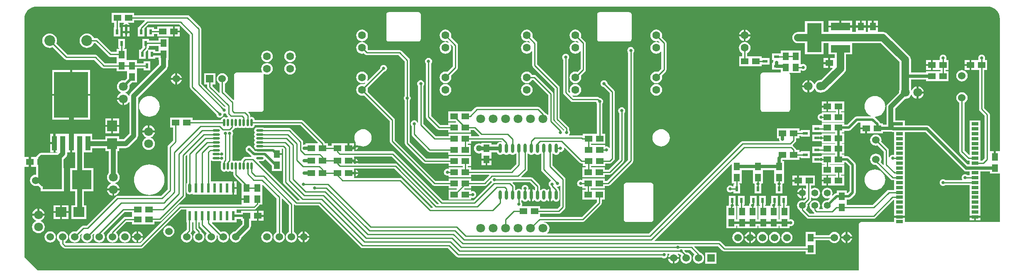
<source format=gbl>
%FSLAX25Y25*%
%MOIN*%
G70*
G01*
G75*
G04 Layer_Physical_Order=2*
G04 Layer_Color=16711680*
%ADD10R,0.03937X0.03937*%
%ADD11R,0.03937X0.03937*%
%ADD12C,0.01000*%
%ADD13C,0.02500*%
%ADD14C,0.04000*%
%ADD15C,0.07000*%
%ADD16C,0.06000*%
%ADD17C,0.02000*%
%ADD18C,0.03000*%
%ADD19C,0.06000*%
%ADD20C,0.05512*%
%ADD21C,0.06300*%
%ADD22C,0.07087*%
%ADD23C,0.08661*%
%ADD24R,0.06000X0.06000*%
%ADD25C,0.02500*%
%ADD26C,0.05000*%
%ADD27O,0.05906X0.01969*%
%ADD28R,0.05000X0.06000*%
%ADD29O,0.01969X0.05906*%
%ADD30R,0.02362X0.04299*%
%ADD31R,0.06000X0.05000*%
%ADD32R,0.04213X0.11811*%
%ADD33R,0.27559X0.37008*%
%ADD34R,0.08858X0.08071*%
%ADD35R,0.08071X0.08858*%
%ADD36R,0.15748X0.15748*%
%ADD37O,0.02400X0.07600*%
%ADD38R,0.02400X0.07600*%
%ADD39R,0.05709X0.02756*%
%ADD40R,0.04299X0.02362*%
%ADD41R,0.15748X0.06000*%
%ADD42R,0.11811X0.23622*%
%ADD43O,0.02400X0.07400*%
G36*
X673500Y120457D02*
X673500D01*
Y117207D01*
X678001D01*
Y116458D01*
X678750D01*
Y112457D01*
X691500D01*
Y113683D01*
X698208D01*
X698293Y113617D01*
X698962Y113340D01*
Y113340D01*
X698962Y113340D01*
X698962D01*
Y113340D01*
X698962Y113340D01*
X698962Y113340D01*
X699680Y113246D01*
X700495D01*
Y113142D01*
Y109205D01*
Y105268D01*
Y101331D01*
Y97394D01*
Y95350D01*
X700079Y95072D01*
X700068Y95077D01*
X699350Y95171D01*
X698632Y95077D01*
X697963Y94800D01*
X697388Y94359D01*
X696947Y93784D01*
X696698Y93183D01*
X696208Y93281D01*
Y98568D01*
X696053Y99348D01*
X695611Y100010D01*
X695611Y100010D01*
X695611D01*
X695611Y100010D01*
Y100010D01*
X690068Y105552D01*
X690164Y105782D01*
X690318Y106957D01*
X690164Y108132D01*
X689710Y109226D01*
X688989Y110166D01*
X688049Y110888D01*
X686954Y111341D01*
X685780Y111496D01*
X684605Y111341D01*
X683510Y110888D01*
X682570Y110166D01*
X681849Y109226D01*
X681395Y108132D01*
X681241Y106957D01*
X681395Y105782D01*
X681849Y104687D01*
X682570Y103747D01*
X683510Y103026D01*
X684605Y102573D01*
X685780Y102418D01*
X686954Y102573D01*
X687185Y102668D01*
X692130Y97723D01*
Y87344D01*
X691668Y87153D01*
X689677Y89144D01*
X689710Y89187D01*
X690164Y90282D01*
X690318Y91457D01*
X690164Y92632D01*
X689710Y93726D01*
X688989Y94666D01*
X688049Y95388D01*
X686954Y95841D01*
X685780Y95996D01*
X684605Y95841D01*
X683510Y95388D01*
X682570Y94666D01*
X681849Y93726D01*
X681395Y92632D01*
X681241Y91457D01*
X681395Y90282D01*
X681849Y89187D01*
X682570Y88247D01*
X683510Y87526D01*
X684605Y87073D01*
X685780Y86918D01*
X686093Y86959D01*
X697845Y75208D01*
X698507Y74766D01*
X699287Y74610D01*
X700495D01*
Y73772D01*
Y69835D01*
Y67716D01*
Y66878D01*
X696339D01*
X695558Y66723D01*
X694897Y66281D01*
X683412Y54796D01*
X662280D01*
Y57257D01*
Y59208D01*
X664208D01*
X665183Y59402D01*
X666010Y59955D01*
Y59955D01*
X666011D01*
Y59955D01*
Y59955D01*
Y59955D01*
X666011D01*
X668971Y62915D01*
X669524Y63742D01*
X669718Y64718D01*
X669718D01*
Y64718D01*
X669718D01*
Y64718D01*
Y64718D01*
X669718D01*
X669718Y64718D01*
Y87068D01*
X669524Y88043D01*
X668971Y88870D01*
X664582Y93259D01*
X663755Y93812D01*
X662780Y94006D01*
X660280D01*
Y95457D01*
X658329D01*
Y95957D01*
X660280D01*
Y103957D01*
X658329D01*
Y104457D01*
X660280D01*
Y112457D01*
X658329D01*
Y112957D01*
X660280D01*
Y114408D01*
X663964D01*
X664939Y114602D01*
X665766Y115154D01*
X671496Y120884D01*
X673500D01*
Y120457D01*
D02*
G37*
G36*
X777372Y214352D02*
X779245Y213783D01*
X780972Y212861D01*
X782485Y211619D01*
X783727Y210106D01*
X784650Y208379D01*
X785218Y206506D01*
X785410Y204558D01*
X785404Y204499D01*
X785370Y204331D01*
Y204328D01*
X785370Y204328D01*
X785370Y204327D01*
Y98024D01*
X785279D01*
Y98024D01*
X782029D01*
Y93523D01*
X780529D01*
Y98024D01*
X777292D01*
Y127439D01*
X777137Y128219D01*
X776695Y128881D01*
Y128881D01*
X776695D01*
X776695Y128881D01*
X776695Y128881D01*
X776695D01*
Y128881D01*
X772792Y132784D01*
Y163457D01*
X775253D01*
Y171457D01*
X773558D01*
X773280Y171872D01*
X773432Y172239D01*
X773527Y172957D01*
X773432Y173675D01*
X773155Y174344D01*
X772714Y174918D01*
X772140Y175359D01*
X771471Y175636D01*
X770753Y175731D01*
X770035Y175636D01*
X769366Y175359D01*
X768792Y174918D01*
X768351Y174344D01*
X768074Y173675D01*
X767979Y172957D01*
X768074Y172239D01*
X768225Y171872D01*
X767948Y171457D01*
X762503D01*
Y167456D01*
Y163457D01*
X768714D01*
Y131939D01*
X768714Y131939D01*
X768714D01*
X768869Y131159D01*
X769311Y130497D01*
X773214Y126594D01*
Y92301D01*
X771412Y90500D01*
X769834D01*
Y93457D01*
Y97394D01*
Y101331D01*
Y105268D01*
Y109205D01*
Y113142D01*
Y117079D01*
Y122835D01*
X761125D01*
Y117079D01*
Y113142D01*
Y109205D01*
Y105268D01*
Y101331D01*
Y97394D01*
Y95276D01*
Y95148D01*
X760663Y94957D01*
X756979Y98641D01*
Y136931D01*
X757209Y137026D01*
X758149Y137748D01*
X758871Y138688D01*
X759324Y139782D01*
X759479Y140957D01*
X759324Y142132D01*
X758871Y143227D01*
X758149Y144167D01*
X757209Y144888D01*
X756114Y145341D01*
X754940Y145496D01*
X753765Y145341D01*
X752670Y144888D01*
X751730Y144167D01*
X751009Y143227D01*
X750556Y142132D01*
X750401Y140957D01*
X750556Y139782D01*
X751009Y138688D01*
X751730Y137748D01*
X752670Y137026D01*
X752901Y136931D01*
Y97796D01*
X752901Y97796D01*
X752901D01*
X753056Y97016D01*
X753498Y96355D01*
X758897Y90956D01*
X759558Y90514D01*
X760339Y90359D01*
X761125D01*
Y89520D01*
Y87297D01*
X759429D01*
X728745Y117981D01*
X728170Y118422D01*
X727893Y118536D01*
X727501Y118699D01*
X726784Y118793D01*
X709204D01*
Y118898D01*
Y122835D01*
X701470D01*
Y132255D01*
X709356Y140142D01*
X709440Y140131D01*
X710756Y140304D01*
X711983Y140812D01*
X713037Y141621D01*
X713845Y142674D01*
X714111Y143316D01*
X714611D01*
X714877Y142674D01*
X715685Y141621D01*
X716739Y140812D01*
X717966Y140304D01*
X718532Y140229D01*
Y145217D01*
Y150206D01*
X717966Y150131D01*
X716739Y149623D01*
X715685Y148814D01*
X714877Y147761D01*
X714611Y147119D01*
X714111D01*
X713979Y147439D01*
Y155683D01*
X726253D01*
Y154457D01*
X744253D01*
Y162457D01*
X741792D01*
Y163457D01*
X744253D01*
Y171457D01*
X742558D01*
X742280Y171872D01*
X742432Y172239D01*
X742527Y172957D01*
X742432Y173675D01*
X742155Y174344D01*
X741714Y174918D01*
X741140Y175359D01*
X740471Y175636D01*
X739753Y175730D01*
X739035Y175636D01*
X738366Y175359D01*
X737792Y174918D01*
X737351Y174344D01*
X737074Y173675D01*
X736979Y172957D01*
X737074Y172239D01*
X737225Y171872D01*
X736948Y171457D01*
X731503D01*
Y167456D01*
Y163457D01*
X737714D01*
Y162457D01*
X726253D01*
Y161230D01*
X713979D01*
Y171580D01*
X713979Y171580D01*
X713824Y172755D01*
X713371Y173849D01*
X712649Y174789D01*
X694772Y192666D01*
X693832Y193387D01*
X692738Y193841D01*
X691563Y193995D01*
X687280D01*
Y197707D01*
X679280D01*
Y193995D01*
X677779D01*
Y197707D01*
X669779D01*
Y193995D01*
X666654D01*
Y197707D01*
X647906D01*
Y193995D01*
X643685D01*
Y202768D01*
X628874D01*
Y193995D01*
X623224D01*
X622050Y193841D01*
X620955Y193387D01*
X620015Y192666D01*
X619294Y191726D01*
X618840Y190631D01*
X618686Y189457D01*
X618840Y188282D01*
X619294Y187187D01*
X620015Y186247D01*
X620955Y185526D01*
X622050Y185073D01*
X623224Y184918D01*
X628874D01*
Y176146D01*
X643685D01*
Y184918D01*
X647906D01*
Y175957D01*
X652741D01*
Y172957D01*
X649030D01*
Y168956D01*
Y164957D01*
X650865D01*
X651056Y164495D01*
X641816Y155255D01*
X641440Y155304D01*
X640123Y155131D01*
X638896Y154623D01*
X637843Y153814D01*
X637035Y152761D01*
X636768Y152119D01*
X636269D01*
X636003Y152761D01*
X635194Y153814D01*
X634141Y154623D01*
X632914Y155131D01*
X632347Y155206D01*
Y150217D01*
Y145229D01*
X632914Y145304D01*
X634141Y145812D01*
X635194Y146621D01*
X636003Y147674D01*
X636269Y148316D01*
X636768D01*
X637035Y147674D01*
X637843Y146621D01*
X638896Y145812D01*
X640123Y145304D01*
X641440Y145131D01*
X642756Y145304D01*
X643877Y145768D01*
X644373Y145834D01*
X645467Y146287D01*
X646407Y147008D01*
Y147008D01*
X646408D01*
Y147008D01*
Y147008D01*
Y147008D01*
X646408D01*
X660489Y161090D01*
Y161090D01*
X660489Y161090D01*
Y161090D01*
X660489D01*
Y161090D01*
X660489D01*
Y161090D01*
Y161090D01*
X660489D01*
X660489Y161090D01*
X661210Y162030D01*
X661398Y162483D01*
X661664Y163125D01*
X661818Y164299D01*
X661818Y164299D01*
Y175957D01*
X666654D01*
Y184918D01*
X689683D01*
X704901Y169700D01*
Y147439D01*
X704526Y146534D01*
X704353Y145218D01*
X704364Y145134D01*
X695444Y136214D01*
X694883Y135483D01*
X694530Y134631D01*
X694410Y133718D01*
Y119230D01*
X691500D01*
Y120457D01*
X689379D01*
X689355Y120577D01*
X688802Y121404D01*
Y121404D01*
X688802D01*
X688802Y121404D01*
X688802Y121404D01*
X688802D01*
Y121404D01*
X684971Y125235D01*
X684949Y125250D01*
X684999Y125758D01*
X686624Y125918D01*
X688187Y126392D01*
X689628Y127162D01*
X690890Y128198D01*
X691926Y129461D01*
X692696Y130901D01*
X693170Y132464D01*
X693330Y134089D01*
X693170Y135715D01*
X692696Y137278D01*
X691926Y138718D01*
X690890Y139980D01*
X689628Y141017D01*
X688187Y141787D01*
X686624Y142261D01*
X684999Y142421D01*
X683374Y142261D01*
X681811Y141787D01*
X680370Y141017D01*
X679108Y139980D01*
X678072Y138718D01*
X677302Y137278D01*
X676828Y135715D01*
X676667Y134089D01*
X676828Y132464D01*
X677302Y130901D01*
X678072Y129461D01*
X679108Y128198D01*
X680370Y127162D01*
X681670Y126467D01*
X681549Y125982D01*
X670440D01*
X669464Y125788D01*
X668637Y125235D01*
X662908Y119506D01*
X660280D01*
Y120957D01*
X642280D01*
Y118888D01*
X641929D01*
Y118888D01*
X634630D01*
Y113526D01*
X641929D01*
X642280Y113175D01*
Y112957D01*
X653231D01*
Y112457D01*
X642280D01*
Y111814D01*
X641904Y111484D01*
X641780Y111500D01*
X641076Y111408D01*
X634630D01*
Y106045D01*
X641076D01*
X641780Y105953D01*
X641904Y105969D01*
X642280Y105640D01*
Y104457D01*
X653231D01*
Y103957D01*
X642280D01*
Y101628D01*
X641929D01*
Y101628D01*
X634630D01*
Y96266D01*
X641929D01*
Y96266D01*
X641970D01*
X642280Y95957D01*
Y95957D01*
X653231D01*
Y95457D01*
X642280D01*
Y94544D01*
X641904Y94214D01*
X641780Y94231D01*
X641152Y94148D01*
X634630D01*
Y88786D01*
X641042D01*
X641062Y88778D01*
X641780Y88683D01*
X641904Y88699D01*
X642280Y88370D01*
Y87457D01*
X644740D01*
Y86957D01*
X642280D01*
Y78957D01*
X653740D01*
Y78457D01*
X647530D01*
Y74456D01*
Y70457D01*
X660280D01*
Y78457D01*
X657819D01*
Y78957D01*
X660280D01*
Y86957D01*
X648819D01*
Y87457D01*
X660280D01*
Y88908D01*
X661724D01*
X664620Y86012D01*
Y65773D01*
X663152Y64306D01*
X662280D01*
Y66257D01*
X654280D01*
Y64306D01*
X653304Y64112D01*
X652477Y63559D01*
X651027Y62110D01*
X650612Y62387D01*
X650926Y63146D01*
X651072Y64257D01*
X650926Y65368D01*
X650497Y66403D01*
X649815Y67292D01*
X648926Y67974D01*
X647891Y68403D01*
X646780Y68550D01*
X645669Y68403D01*
X644633Y67974D01*
X643744Y67292D01*
X643062Y66403D01*
X642633Y65368D01*
X642487Y64257D01*
X642633Y63146D01*
X643062Y62111D01*
X643744Y61222D01*
X644633Y60539D01*
X645669Y60111D01*
X646780Y59964D01*
X647891Y60111D01*
X648649Y60425D01*
X648927Y60009D01*
X647387Y58469D01*
X646780Y58549D01*
X645669Y58403D01*
X644633Y57974D01*
X643744Y57292D01*
X643062Y56403D01*
X642633Y55368D01*
X642487Y54257D01*
X642633Y53146D01*
X643062Y52111D01*
X643343Y51745D01*
X643122Y51296D01*
X640437D01*
X640216Y51745D01*
X640497Y52111D01*
X640926Y53146D01*
X641072Y54257D01*
X640926Y55368D01*
X640497Y56403D01*
X639815Y57292D01*
X638926Y57974D01*
X637891Y58403D01*
X636780Y58549D01*
X635669Y58403D01*
X634633Y57974D01*
X633744Y57292D01*
X633062Y56403D01*
X632633Y55368D01*
X632487Y54257D01*
X632633Y53146D01*
X633062Y52111D01*
X633744Y51222D01*
X634633Y50539D01*
X634789Y50475D01*
X634896Y49940D01*
X635338Y49279D01*
X636358Y48258D01*
X636167Y47796D01*
X632588D01*
X629714Y50670D01*
X629746Y51169D01*
X629815Y51222D01*
X630497Y52111D01*
X630926Y53146D01*
X631072Y54257D01*
X630926Y55368D01*
X630882Y55475D01*
X633182Y57775D01*
X633624Y58437D01*
X633779Y59217D01*
Y60630D01*
X634227Y60851D01*
X634633Y60539D01*
X635669Y60111D01*
X636780Y59964D01*
X637891Y60111D01*
X638926Y60539D01*
X639815Y61222D01*
X640497Y62111D01*
X640926Y63146D01*
X641072Y64257D01*
X640926Y65368D01*
X640497Y66403D01*
X639815Y67292D01*
X638926Y67974D01*
X637891Y68403D01*
X636780Y68550D01*
X635669Y68403D01*
X634633Y67974D01*
X634227Y67663D01*
X633779Y67884D01*
Y70257D01*
X636780D01*
Y78257D01*
X624030D01*
Y74256D01*
Y70257D01*
X629701D01*
Y67945D01*
X629252Y67724D01*
X628926Y67974D01*
X627891Y68403D01*
X627530Y68451D01*
Y64256D01*
Y60063D01*
X627891Y60111D01*
X628926Y60539D01*
X629252Y60790D01*
X629701Y60569D01*
Y60062D01*
X627998Y58359D01*
X627891Y58403D01*
X626780Y58549D01*
X625669Y58403D01*
X624633Y57974D01*
X623744Y57292D01*
X623062Y56403D01*
X622633Y55368D01*
X622487Y54257D01*
X622633Y53146D01*
X623062Y52111D01*
X623744Y51222D01*
X624633Y50539D01*
X624789Y50475D01*
X624896Y49940D01*
X625338Y49279D01*
X630301Y44315D01*
X630963Y43873D01*
X631743Y43718D01*
X683993D01*
X684773Y43873D01*
X685434Y44315D01*
Y44315D01*
X685434D01*
Y44315D01*
Y44315D01*
Y44315D01*
X685434D01*
X699982Y58862D01*
X700495D01*
Y58024D01*
Y54087D01*
Y50150D01*
Y46213D01*
Y45904D01*
X709204D01*
Y46213D01*
Y50150D01*
Y54087D01*
Y58024D01*
Y61961D01*
Y65898D01*
Y69835D01*
Y73772D01*
Y77709D01*
Y81646D01*
Y85583D01*
Y89520D01*
Y93457D01*
Y97394D01*
Y101331D01*
Y105268D01*
Y109205D01*
Y113142D01*
Y113246D01*
X725635D01*
X756318Y82562D01*
X756893Y82121D01*
Y82121D01*
X756893Y82121D01*
X756893D01*
Y82121D01*
X756893Y82121D01*
X756893Y82121D01*
X757562Y81844D01*
X758280Y81750D01*
X761125D01*
Y81646D01*
Y78689D01*
X759339D01*
X758866Y79052D01*
X758197Y79329D01*
X757479Y79423D01*
X756762Y79329D01*
X756093Y79052D01*
X755518Y78611D01*
X755077Y78037D01*
X754800Y77368D01*
X754706Y76650D01*
X754800Y75932D01*
X755077Y75263D01*
X755125Y75200D01*
X754904Y74752D01*
X741613D01*
X741140Y75115D01*
X740471Y75392D01*
X739753Y75486D01*
X739035Y75392D01*
X738366Y75115D01*
X737792Y74674D01*
X737351Y74099D01*
X737074Y73431D01*
X736979Y72713D01*
X737074Y71995D01*
X737351Y71326D01*
X737792Y70751D01*
X738366Y70310D01*
X739035Y70033D01*
X739753Y69939D01*
X740471Y70033D01*
X741140Y70310D01*
X741613Y70673D01*
X761125D01*
Y69835D01*
Y65898D01*
Y61961D01*
Y58024D01*
Y54087D01*
Y50150D01*
Y46213D01*
Y45904D01*
X769834D01*
Y46213D01*
Y50150D01*
Y54087D01*
Y58024D01*
Y61961D01*
Y65898D01*
Y69835D01*
Y73772D01*
Y77709D01*
Y81646D01*
Y81750D01*
X777279D01*
Y80024D01*
X785279D01*
X785370Y79932D01*
Y40937D01*
X709204D01*
Y42276D01*
Y44404D01*
X700495D01*
Y42276D01*
Y40937D01*
X674000D01*
X673259Y40790D01*
X672630Y40370D01*
X672210Y39741D01*
X672063Y39000D01*
Y2031D01*
X12652D01*
X2031Y12652D01*
Y85500D01*
X5750D01*
Y89499D01*
Y93500D01*
X2031D01*
Y205054D01*
X2172Y206484D01*
X2743Y208365D01*
X3669Y210099D01*
X4917Y211619D01*
X6436Y212866D01*
X8170Y213793D01*
X10051Y214363D01*
X11481Y214504D01*
X775194D01*
X775194Y214504D01*
X775194Y214504D01*
X775197D01*
X775365Y214538D01*
X775424Y214544D01*
X777372Y214352D01*
D02*
G37*
%LPC*%
G36*
X78388Y66408D02*
X74150D01*
Y62169D01*
X74717Y62244D01*
X75943Y62752D01*
X76997Y63561D01*
X77805Y64614D01*
X78313Y65841D01*
X78388Y66408D01*
D02*
G37*
G36*
X72650D02*
X68412D01*
X68486Y65841D01*
X68995Y64614D01*
X69803Y63561D01*
X70857Y62752D01*
X72083Y62244D01*
X72650Y62169D01*
Y66408D01*
D02*
G37*
G36*
X626030Y63507D02*
X622586D01*
X622633Y63146D01*
X623062Y62111D01*
X623744Y61222D01*
X624633Y60539D01*
X625669Y60111D01*
X626030Y60063D01*
Y63507D01*
D02*
G37*
G36*
X102322Y87300D02*
X100403Y87149D01*
X98531Y86700D01*
X96753Y85963D01*
X95112Y84958D01*
X93648Y83708D01*
X92398Y82244D01*
X91393Y80603D01*
X90656Y78825D01*
X90207Y76953D01*
X90056Y75034D01*
X90207Y73115D01*
X90656Y71244D01*
X91393Y69465D01*
X92398Y67824D01*
X93648Y66361D01*
X95112Y65111D01*
X96753Y64105D01*
X98531Y63368D01*
X100403Y62919D01*
X102322Y62768D01*
X104241Y62919D01*
X106112Y63368D01*
X107890Y64105D01*
X109532Y65111D01*
X110995Y66361D01*
X112245Y67824D01*
X113251Y69465D01*
X113988Y71244D01*
X114437Y73115D01*
X114588Y75034D01*
X114437Y76953D01*
X113988Y78825D01*
X113251Y80603D01*
X112245Y82244D01*
X110995Y83708D01*
X109532Y84958D01*
X107890Y85963D01*
X106112Y86700D01*
X104241Y87149D01*
X102322Y87300D01*
D02*
G37*
G36*
X684999Y83366D02*
X683374Y83205D01*
X681811Y82731D01*
X680370Y81962D01*
X679108Y80925D01*
X678072Y79663D01*
X677302Y78222D01*
X676828Y76660D01*
X676667Y75034D01*
X676828Y73409D01*
X677302Y71846D01*
X678072Y70405D01*
X679108Y69143D01*
X680370Y68107D01*
X681811Y67337D01*
X683374Y66863D01*
X684999Y66703D01*
X686624Y66863D01*
X688187Y67337D01*
X689628Y68107D01*
X690890Y69143D01*
X691926Y70405D01*
X692696Y71846D01*
X693170Y73409D01*
X693330Y75034D01*
X693170Y76660D01*
X692696Y78222D01*
X691926Y79663D01*
X690890Y80925D01*
X689628Y81962D01*
X688187Y82731D01*
X686624Y83205D01*
X684999Y83366D01*
D02*
G37*
G36*
X626030Y68451D02*
X625669Y68403D01*
X624633Y67974D01*
X623744Y67292D01*
X623062Y66403D01*
X622633Y65368D01*
X622586Y65007D01*
X626030D01*
Y68451D01*
D02*
G37*
G36*
X172480Y67707D02*
X170530D01*
Y63157D01*
X172480D01*
Y67707D01*
D02*
G37*
G36*
X37429Y54535D02*
X32250D01*
Y49750D01*
X37429D01*
Y54535D01*
D02*
G37*
G36*
X194000Y49957D02*
X190250D01*
Y46707D01*
X194000D01*
Y49957D01*
D02*
G37*
G36*
X37429Y48250D02*
X32250D01*
Y43464D01*
X37429D01*
Y48250D01*
D02*
G37*
G36*
X30750D02*
X25571D01*
Y43464D01*
X30750D01*
Y48250D01*
D02*
G37*
G36*
X12585Y51831D02*
X12018Y51756D01*
X10791Y51248D01*
X9738Y50439D01*
X8929Y49386D01*
X8421Y48159D01*
X8347Y47592D01*
X12585D01*
Y51831D01*
D02*
G37*
G36*
X614541Y62150D02*
X609179D01*
Y54850D01*
X609821D01*
Y54000D01*
X608370D01*
Y45000D01*
Y43049D01*
X607870D01*
Y45000D01*
Y54000D01*
X606957D01*
X606627Y54376D01*
X606644Y54500D01*
X606951Y54850D01*
X607061D01*
Y62150D01*
X601699D01*
Y56188D01*
X601468Y55887D01*
X601191Y55218D01*
X601096Y54500D01*
X601113Y54376D01*
X600783Y54000D01*
X599870D01*
Y45000D01*
Y43049D01*
X599370D01*
Y45000D01*
Y54000D01*
X596899D01*
Y54850D01*
X597541D01*
Y62150D01*
X592179D01*
Y54850D01*
X592821D01*
Y54000D01*
X591370D01*
Y45000D01*
Y43049D01*
X590870D01*
Y45000D01*
Y54000D01*
X589957D01*
X589627Y54376D01*
X589644Y54500D01*
X589951Y54850D01*
X590061D01*
Y62150D01*
X584699D01*
Y56188D01*
X584468Y55887D01*
X584191Y55218D01*
X584096Y54500D01*
X584113Y54376D01*
X583783Y54000D01*
X582870D01*
Y45000D01*
Y43049D01*
X582370D01*
Y45000D01*
Y54000D01*
X579899D01*
Y54850D01*
X580541D01*
Y62150D01*
X575179D01*
Y54850D01*
X575821D01*
Y54000D01*
X574370D01*
Y45000D01*
Y43049D01*
X573870D01*
Y45000D01*
Y54000D01*
X573467D01*
X573137Y54376D01*
X573154Y54500D01*
X573061Y55204D01*
Y62150D01*
X567699D01*
Y55204D01*
X567606Y54500D01*
X567623Y54376D01*
X567293Y54000D01*
X565870D01*
Y45000D01*
Y36000D01*
X573870D01*
Y37951D01*
X574370D01*
Y36000D01*
X582370D01*
Y37951D01*
X582870D01*
Y36000D01*
X590870D01*
Y37951D01*
X591370D01*
Y36000D01*
X599370D01*
Y37951D01*
X599870D01*
Y36000D01*
X607870D01*
Y37951D01*
X608370D01*
Y36000D01*
X616370D01*
Y37479D01*
X616746Y37808D01*
X617370Y37726D01*
X618088Y37821D01*
X618757Y38098D01*
X619331Y38539D01*
X619772Y39113D01*
X620049Y39782D01*
X620144Y40500D01*
X620049Y41218D01*
X619772Y41887D01*
X619331Y42461D01*
X618757Y42902D01*
X618088Y43179D01*
X617370Y43274D01*
X616746Y43192D01*
X616370Y43521D01*
Y45000D01*
Y54000D01*
X613899D01*
Y54850D01*
X614541D01*
Y62150D01*
D02*
G37*
G36*
X30750Y54535D02*
X25571D01*
Y49750D01*
X30750D01*
Y54535D01*
D02*
G37*
G36*
X14085Y51831D02*
Y47592D01*
X18323D01*
X18248Y48159D01*
X17740Y49386D01*
X16932Y50439D01*
X15878Y51248D01*
X14651Y51756D01*
X14085Y51831D01*
D02*
G37*
G36*
X270123Y101107D02*
X268207D01*
Y99191D01*
X268844Y99455D01*
X269418Y99896D01*
X269859Y100470D01*
X270123Y101107D01*
D02*
G37*
G36*
X106788Y113093D02*
X96812D01*
X96886Y112526D01*
X97395Y111299D01*
X98203Y110246D01*
X99257Y109437D01*
X99899Y109171D01*
Y108671D01*
X99257Y108405D01*
X98203Y107597D01*
X97395Y106543D01*
X96886Y105316D01*
X96713Y104000D01*
X96886Y102683D01*
X97395Y101456D01*
X98203Y100403D01*
X99257Y99595D01*
X100483Y99086D01*
X101800Y98913D01*
X103117Y99086D01*
X104343Y99595D01*
X105397Y100403D01*
X106205Y101456D01*
X106713Y102683D01*
X106887Y104000D01*
X106713Y105316D01*
X106205Y106543D01*
X105397Y107597D01*
X104343Y108405D01*
X103117Y108913D01*
X104343Y109437D01*
X104343D01*
D01*
D01*
D01*
X104343Y109437D01*
X105397Y110246D01*
X106205Y111299D01*
X106713Y112526D01*
X106788Y113093D01*
D02*
G37*
G36*
X25478Y103750D02*
X22622D01*
Y97094D01*
X25478D01*
Y103750D01*
D02*
G37*
G36*
X273975Y115718D02*
X272620Y115584D01*
X271317Y115189D01*
X270116Y114547D01*
X269063Y113683D01*
X268199Y112630D01*
X267557Y111430D01*
X267162Y110126D01*
X267028Y108771D01*
X267162Y107416D01*
X267557Y106113D01*
X268159Y104987D01*
X267986Y104737D01*
X267802Y104585D01*
X268175Y104536D01*
X268207Y104523D01*
Y102607D01*
X270123D01*
X270136Y102575D01*
X270150Y102473D01*
X270536Y102741D01*
X270568Y102753D01*
X271317Y102353D01*
X272620Y101958D01*
X273975Y101824D01*
X275331Y101958D01*
X276634Y102353D01*
X277835Y102995D01*
X278888Y103859D01*
X279751Y104912D01*
X280393Y106113D01*
X280789Y107416D01*
X280922Y108771D01*
X280789Y110126D01*
X280393Y111430D01*
X279751Y112630D01*
X278888Y113683D01*
X277835Y114547D01*
X276634Y115189D01*
X275331Y115584D01*
X273975Y115718D01*
D02*
G37*
G36*
X677250Y115707D02*
X673500D01*
Y112457D01*
X677250D01*
Y115707D01*
D02*
G37*
G36*
X25478Y111905D02*
X22622D01*
Y105250D01*
X25478D01*
Y111905D01*
D02*
G37*
G36*
X513345Y115718D02*
X511990Y115584D01*
X510687Y115189D01*
X509486Y114547D01*
X508433Y113683D01*
X507569Y112630D01*
X506927Y111430D01*
X506532Y110126D01*
X506399Y108771D01*
X506532Y107416D01*
X506927Y106113D01*
X507569Y104912D01*
X508433Y103859D01*
X509486Y102995D01*
X510687Y102353D01*
X511990Y101958D01*
X513345Y101824D01*
X514701Y101958D01*
X516004Y102353D01*
X517205Y102995D01*
X518258Y103859D01*
X519122Y104912D01*
X519764Y106113D01*
X520159Y107416D01*
X520292Y108771D01*
X520159Y110126D01*
X519764Y111430D01*
X519122Y112630D01*
X518258Y113683D01*
X517205Y114547D01*
X516004Y115189D01*
X514701Y115584D01*
X513345Y115718D01*
D02*
G37*
G36*
X377107Y90468D02*
X373857D01*
Y86718D01*
X377107D01*
Y90468D01*
D02*
G37*
G36*
X646030Y73707D02*
X642280D01*
Y70457D01*
X646030D01*
Y73707D01*
D02*
G37*
G36*
X622530Y73507D02*
X618780D01*
Y70257D01*
X622530D01*
Y73507D01*
D02*
G37*
G36*
X172480Y73757D02*
X170530D01*
Y69207D01*
X172480D01*
Y73757D01*
D02*
G37*
G36*
X622530Y78257D02*
X618780D01*
Y75007D01*
X622530D01*
Y78257D01*
D02*
G37*
G36*
X372357Y90468D02*
X369107D01*
Y86718D01*
X372357D01*
Y90468D01*
D02*
G37*
G36*
X38864Y111905D02*
X26978D01*
Y104499D01*
Y97094D01*
X28449D01*
X28486Y97004D01*
X28208Y96588D01*
X15033D01*
X14754Y96533D01*
X14474Y96483D01*
X14462Y96475D01*
X14448Y96472D01*
X14212Y96314D01*
X13972Y96161D01*
X11896Y94161D01*
X11887Y94149D01*
X11875Y94141D01*
X11717Y93904D01*
X11555Y93671D01*
X11552Y93656D01*
X11544Y93644D01*
X11515Y93500D01*
X7250D01*
Y89499D01*
Y85500D01*
X11427D01*
Y79362D01*
X11051Y79032D01*
X11000Y79039D01*
X9825Y78884D01*
X8731Y78431D01*
X7791Y77710D01*
X7069Y76770D01*
X6616Y75675D01*
X6461Y74500D01*
X6616Y73325D01*
X7069Y72231D01*
X7791Y71291D01*
X8731Y70569D01*
X9825Y70116D01*
X11000Y69961D01*
X12175Y70116D01*
X12954Y70439D01*
X15004Y68464D01*
Y65626D01*
X33752D01*
Y84374D01*
X33529D01*
Y91537D01*
X35418Y93425D01*
X35978Y94156D01*
X36331Y95008D01*
X36452Y95921D01*
Y97094D01*
X38864D01*
Y104499D01*
Y111905D01*
D02*
G37*
G36*
X646030Y78457D02*
X642280D01*
Y75207D01*
X646030D01*
Y78457D01*
D02*
G37*
G36*
X769834Y44404D02*
X766229D01*
Y42276D01*
X769834D01*
Y44404D01*
D02*
G37*
G36*
X589283Y27750D02*
X585593D01*
Y24060D01*
X586017Y24116D01*
X587112Y24569D01*
X588052Y25291D01*
X588773Y26231D01*
X589227Y27325D01*
X589283Y27750D01*
D02*
G37*
G36*
X584093D02*
X580402D01*
X580458Y27325D01*
X580912Y26231D01*
X581633Y25291D01*
X582573Y24569D01*
X583668Y24116D01*
X584093Y24060D01*
Y27750D01*
D02*
G37*
G36*
X666783Y27750D02*
X663093D01*
Y24060D01*
X663517Y24116D01*
X664612Y24569D01*
X665552Y25291D01*
X666273Y26231D01*
X666727Y27325D01*
X666783Y27750D01*
D02*
G37*
G36*
X22780Y33539D02*
X21605Y33384D01*
X20510Y32931D01*
X19570Y32209D01*
X18849Y31269D01*
X18395Y30175D01*
X18241Y29000D01*
X18395Y27825D01*
X18849Y26730D01*
X19570Y25790D01*
X20510Y25069D01*
X21605Y24616D01*
X22780Y24461D01*
X23954Y24616D01*
X25049Y25069D01*
X25989Y25790D01*
X26710Y26730D01*
X27164Y27825D01*
X27318Y29000D01*
X27164Y30175D01*
X26710Y31269D01*
X25989Y32209D01*
X25049Y32931D01*
X23954Y33384D01*
X22780Y33539D01*
D02*
G37*
G36*
X92030Y28250D02*
X88340D01*
X88395Y27825D01*
X88849Y26730D01*
X89570Y25790D01*
X90510Y25069D01*
X91605Y24616D01*
X92030Y24560D01*
Y28250D01*
D02*
G37*
G36*
X196780Y33539D02*
X195605Y33384D01*
X194510Y32931D01*
X193570Y32209D01*
X192849Y31269D01*
X192395Y30175D01*
X192241Y29000D01*
X192395Y27825D01*
X192849Y26730D01*
X193570Y25790D01*
X194510Y25069D01*
X195605Y24616D01*
X196780Y24461D01*
X197954Y24616D01*
X199049Y25069D01*
X199989Y25790D01*
X200710Y26730D01*
X201164Y27825D01*
X201319Y29000D01*
X201164Y30175D01*
X200710Y31269D01*
X199989Y32209D01*
X199049Y32931D01*
X197954Y33384D01*
X196780Y33539D01*
D02*
G37*
G36*
X82780D02*
X81605Y33384D01*
X80510Y32931D01*
X79570Y32209D01*
X78849Y31269D01*
X78395Y30175D01*
X78241Y29000D01*
X78395Y27825D01*
X78849Y26730D01*
X79570Y25790D01*
X80510Y25069D01*
X81605Y24616D01*
X82780Y24461D01*
X83954Y24616D01*
X85049Y25069D01*
X85989Y25790D01*
X86710Y26730D01*
X87164Y27825D01*
X87318Y29000D01*
X87164Y30175D01*
X86710Y31269D01*
X85989Y32209D01*
X85049Y32931D01*
X83954Y33384D01*
X82780Y33539D01*
D02*
G37*
G36*
X661592Y27750D02*
X657902D01*
X657958Y27325D01*
X658412Y26231D01*
X659133Y25291D01*
X660073Y24569D01*
X661168Y24116D01*
X661592Y24060D01*
Y27750D01*
D02*
G37*
G36*
X527810Y11250D02*
X524120D01*
Y7560D01*
X524545Y7616D01*
X525639Y8069D01*
X526580Y8791D01*
X527301Y9731D01*
X527754Y10825D01*
X527810Y11250D01*
D02*
G37*
G36*
X522620D02*
X518930D01*
X518986Y10825D01*
X519439Y9731D01*
X520161Y8791D01*
X521101Y8069D01*
X522195Y7616D01*
X522620Y7560D01*
Y11250D01*
D02*
G37*
G36*
X557870Y16500D02*
X548870D01*
Y7500D01*
X557870D01*
Y16500D01*
D02*
G37*
G36*
X575000Y33039D02*
X573825Y32884D01*
X572731Y32431D01*
X571791Y31709D01*
X571069Y30769D01*
X570616Y29675D01*
X570461Y28500D01*
X570616Y27325D01*
X571069Y26231D01*
X571791Y25291D01*
X572731Y24569D01*
X573825Y24116D01*
X575000Y23961D01*
X576175Y24116D01*
X577269Y24569D01*
X578209Y25291D01*
X578931Y26231D01*
X579384Y27325D01*
X579539Y28500D01*
X579384Y29675D01*
X578931Y30769D01*
X578209Y31709D01*
X577269Y32431D01*
X576175Y32884D01*
X575000Y33039D01*
D02*
G37*
G36*
X614370D02*
X613195Y32884D01*
X612101Y32431D01*
X611161Y31709D01*
X610439Y30769D01*
X609986Y29675D01*
X609831Y28500D01*
X609986Y27325D01*
X610439Y26231D01*
X611161Y25291D01*
X612101Y24569D01*
X613195Y24116D01*
X614370Y23961D01*
X615545Y24116D01*
X616640Y24569D01*
X617580Y25291D01*
X618301Y26231D01*
X618754Y27325D01*
X618909Y28500D01*
X618754Y29675D01*
X618301Y30769D01*
X617580Y31709D01*
X616640Y32431D01*
X615545Y32884D01*
X614370Y33039D01*
D02*
G37*
G36*
X604528D02*
X603353Y32884D01*
X602258Y32431D01*
X601318Y31709D01*
X600597Y30769D01*
X600143Y29675D01*
X599989Y28500D01*
X600143Y27325D01*
X600597Y26231D01*
X601318Y25291D01*
X602258Y24569D01*
X603353Y24116D01*
X604528Y23961D01*
X605702Y24116D01*
X606797Y24569D01*
X607737Y25291D01*
X608458Y26231D01*
X608912Y27325D01*
X609066Y28500D01*
X608912Y29675D01*
X608458Y30769D01*
X607737Y31709D01*
X606797Y32431D01*
X605702Y32884D01*
X604528Y33039D01*
D02*
G37*
G36*
X594685D02*
X593510Y32884D01*
X592416Y32431D01*
X591476Y31709D01*
X590754Y30769D01*
X590301Y29675D01*
X590146Y28500D01*
X590301Y27325D01*
X590754Y26231D01*
X591476Y25291D01*
X592416Y24569D01*
X593510Y24116D01*
X594685Y23961D01*
X595860Y24116D01*
X596954Y24569D01*
X597894Y25291D01*
X598616Y26231D01*
X599069Y27325D01*
X599224Y28500D01*
X599069Y29675D01*
X598616Y30769D01*
X597894Y31709D01*
X596954Y32431D01*
X595860Y32884D01*
X594685Y33039D01*
D02*
G37*
G36*
X97220Y28250D02*
X93530D01*
Y24560D01*
X93954Y24616D01*
X95049Y25069D01*
X95989Y25790D01*
X96710Y26730D01*
X97164Y27825D01*
X97220Y28250D01*
D02*
G37*
G36*
X227057Y33440D02*
Y29750D01*
X230747D01*
X230691Y30175D01*
X230238Y31269D01*
X229517Y32209D01*
X228577Y32931D01*
X227482Y33384D01*
X227057Y33440D01*
D02*
G37*
G36*
X225557D02*
X225132Y33384D01*
X224038Y32931D01*
X223098Y32209D01*
X222376Y31269D01*
X221923Y30175D01*
X221867Y29750D01*
X225557D01*
Y33440D01*
D02*
G37*
G36*
X93530D02*
Y29750D01*
X97220D01*
X97164Y30175D01*
X96710Y31269D01*
X95989Y32209D01*
X95049Y32931D01*
X93954Y33384D01*
X93530Y33440D01*
D02*
G37*
G36*
X18323Y46092D02*
X8347D01*
X8421Y45526D01*
X8929Y44299D01*
X9738Y43246D01*
X10791Y42437D01*
X11433Y42171D01*
Y41671D01*
X10791Y41405D01*
X9738Y40597D01*
X8929Y39543D01*
X8421Y38317D01*
X8248Y37000D01*
X8421Y35683D01*
X8929Y34457D01*
X9738Y33403D01*
X10791Y32595D01*
X12018Y32087D01*
X13335Y31913D01*
X14651Y32087D01*
X15878Y32595D01*
X16932Y33403D01*
X17740Y34457D01*
X18248Y35683D01*
X18422Y37000D01*
X18248Y38317D01*
X17740Y39543D01*
X16932Y40597D01*
X15878Y41405D01*
X14651Y41914D01*
X15878Y42437D01*
X15878D01*
D01*
D01*
D01*
X15878Y42437D01*
X16932Y43246D01*
X17740Y44299D01*
X18248Y45526D01*
X18323Y46092D01*
D02*
G37*
G36*
X764729Y44404D02*
X761125D01*
Y42276D01*
X764729D01*
Y44404D01*
D02*
G37*
G36*
X194000Y45207D02*
X190250D01*
Y41957D01*
X194000D01*
Y45207D01*
D02*
G37*
G36*
X485393Y72621D02*
X484612Y72466D01*
X483951Y72024D01*
X483509Y71362D01*
X483353Y70582D01*
Y43023D01*
X483509Y42243D01*
X483951Y41581D01*
X484612Y41139D01*
X485393Y40984D01*
X485433Y40992D01*
X505078D01*
X505855Y41146D01*
X506514Y41587D01*
X506954Y42246D01*
X507109Y43023D01*
Y70582D01*
X506954Y71359D01*
X506514Y72018D01*
X505855Y72458D01*
X505078Y72613D01*
X485433D01*
X485393Y72621D01*
D02*
G37*
G36*
X92030Y33440D02*
X91605Y33384D01*
X90510Y32931D01*
X89570Y32209D01*
X88849Y31269D01*
X88395Y30175D01*
X88340Y29750D01*
X92030D01*
Y33440D01*
D02*
G37*
G36*
X118000Y38039D02*
X116825Y37884D01*
X115731Y37431D01*
X114791Y36709D01*
X114069Y35770D01*
X113616Y34675D01*
X113461Y33500D01*
X113616Y32325D01*
X114069Y31231D01*
X114791Y30291D01*
X115731Y29569D01*
X116825Y29116D01*
X118000Y28961D01*
X119175Y29116D01*
X120270Y29569D01*
X121210Y30291D01*
X121931Y31231D01*
X122384Y32325D01*
X122539Y33500D01*
X122384Y34675D01*
X121931Y35770D01*
X121210Y36709D01*
X120270Y37431D01*
X119175Y37884D01*
X118000Y38039D01*
D02*
G37*
G36*
X230747Y28250D02*
X227057D01*
Y24560D01*
X227482Y24616D01*
X228577Y25069D01*
X229517Y25790D01*
X230238Y26730D01*
X230691Y27825D01*
X230747Y28250D01*
D02*
G37*
G36*
X225557D02*
X221867D01*
X221923Y27825D01*
X222376Y26730D01*
X223098Y25790D01*
X224038Y25069D01*
X225132Y24616D01*
X225557Y24560D01*
Y28250D01*
D02*
G37*
G36*
X661592Y32940D02*
X661168Y32884D01*
X660073Y32431D01*
X659133Y31709D01*
X658412Y30769D01*
X657958Y29675D01*
X657902Y29250D01*
X661592D01*
Y32940D01*
D02*
G37*
G36*
X585593Y32940D02*
Y29250D01*
X589283D01*
X589227Y29675D01*
X588773Y30769D01*
X588052Y31709D01*
X587112Y32431D01*
X586017Y32884D01*
X585593Y32940D01*
D02*
G37*
G36*
X584093D02*
X583668Y32884D01*
X582573Y32431D01*
X581633Y31709D01*
X580912Y30769D01*
X580458Y29675D01*
X580402Y29250D01*
X584093D01*
Y32940D01*
D02*
G37*
G36*
X663093Y32940D02*
Y29250D01*
X666783D01*
X666727Y29675D01*
X666273Y30769D01*
X665552Y31709D01*
X664612Y32431D01*
X663517Y32884D01*
X663093Y32940D01*
D02*
G37*
G36*
X215354Y178981D02*
X214140Y178822D01*
X213009Y178353D01*
X212038Y177608D01*
X211293Y176636D01*
X210824Y175505D01*
X210664Y174291D01*
X210824Y173077D01*
X211293Y171946D01*
X212038Y170975D01*
X213009Y170230D01*
X214140Y169761D01*
X215354Y169601D01*
X216568Y169761D01*
X217699Y170230D01*
X218671Y170975D01*
X219416Y171946D01*
X219885Y173077D01*
X220044Y174291D01*
X219885Y175505D01*
X219416Y176636D01*
X218671Y177608D01*
X217699Y178353D01*
X216568Y178822D01*
X215354Y178981D01*
D02*
G37*
G36*
X647530Y172957D02*
X643780D01*
Y169707D01*
X647530D01*
Y172957D01*
D02*
G37*
G36*
X52264Y192859D02*
X51121Y192746D01*
X50022Y192413D01*
X49009Y191872D01*
X48121Y191143D01*
X47392Y190255D01*
X46851Y189242D01*
X46517Y188143D01*
X46405Y187000D01*
X46517Y185857D01*
X46851Y184758D01*
X47392Y183745D01*
X48121Y182857D01*
X49009Y182129D01*
X50022Y181587D01*
X51121Y181254D01*
X52264Y181141D01*
X53407Y181254D01*
X54506Y181587D01*
X55519Y182129D01*
X56407Y182857D01*
X57135Y183745D01*
X57677Y184758D01*
X57738Y184961D01*
X59081D01*
X69598Y174445D01*
X70259Y174003D01*
X71039Y173847D01*
X71039Y173847D01*
X76099D01*
Y171327D01*
Y168866D01*
X66534D01*
X60399Y175001D01*
X59737Y175443D01*
X58957Y175598D01*
X36628D01*
X27656Y184571D01*
X27755Y184758D01*
X28089Y185857D01*
X28201Y187000D01*
X28089Y188143D01*
X27755Y189242D01*
X27214Y190255D01*
X26485Y191143D01*
X25598Y191872D01*
X24585Y192413D01*
X23485Y192746D01*
X22343Y192859D01*
X21200Y192746D01*
X20100Y192413D01*
X19087Y191872D01*
X18200Y191143D01*
X17471Y190255D01*
X16930Y189242D01*
X16596Y188143D01*
X16484Y187000D01*
X16596Y185857D01*
X16930Y184758D01*
X17471Y183745D01*
X18200Y182857D01*
X19087Y182129D01*
X20100Y181587D01*
X21200Y181254D01*
X22343Y181141D01*
X23485Y181254D01*
X24585Y181587D01*
X24772Y181687D01*
X34341Y172117D01*
X34341Y172117D01*
X34341D01*
X34341D01*
Y172117D01*
D01*
X34341D01*
D01*
D01*
D01*
X34341Y172117D01*
Y172117D01*
X35003Y171675D01*
X35783Y171520D01*
X58112D01*
X64247Y165385D01*
X64909Y164943D01*
X65689Y164788D01*
X76099D01*
Y162327D01*
X84099D01*
Y164788D01*
X84599D01*
Y162327D01*
Y156704D01*
X82810Y154914D01*
X81500Y155087D01*
X80183Y154913D01*
X78957Y154405D01*
X77903Y153597D01*
X77095Y152543D01*
X76587Y151317D01*
X76413Y150000D01*
X76587Y148683D01*
X77095Y147457D01*
X77903Y146403D01*
X78957Y145595D01*
X79599Y145329D01*
Y144829D01*
X78957Y144563D01*
X77903Y143754D01*
X77095Y142701D01*
X76587Y141474D01*
X76512Y140908D01*
X81501D01*
Y140158D01*
X82250D01*
Y135169D01*
X82816Y135244D01*
X84043Y135752D01*
X85097Y136560D01*
X85831Y137517D01*
X86305Y137357D01*
Y111992D01*
X81872Y107560D01*
X78035D01*
Y109959D01*
X66965D01*
Y107530D01*
X56606D01*
Y111905D01*
X40364D01*
Y104499D01*
Y97094D01*
X42777D01*
Y84374D01*
X38626D01*
Y65626D01*
X42777D01*
Y54535D01*
X39941D01*
Y43464D01*
X51799D01*
Y54535D01*
X49837D01*
Y65626D01*
X57374D01*
Y84374D01*
X49837D01*
Y97094D01*
X56606D01*
Y100470D01*
X66965D01*
Y98101D01*
X69870D01*
Y80648D01*
X69803Y80597D01*
X68995Y79543D01*
X68486Y78317D01*
X68313Y77000D01*
X68486Y75683D01*
X68995Y74457D01*
X69803Y73403D01*
X70857Y72595D01*
X71499Y72329D01*
Y71829D01*
X70857Y71563D01*
X69803Y70754D01*
X68995Y69701D01*
X68486Y68474D01*
X68412Y67908D01*
X78388D01*
X78313Y68474D01*
X77805Y69701D01*
X76997Y70754D01*
X75943Y71563D01*
X74717Y72071D01*
X75943Y72595D01*
X75943D01*
D01*
D01*
D01*
X75943Y72595D01*
X76997Y73403D01*
X77805Y74457D01*
X78313Y75683D01*
X78487Y77000D01*
X78313Y78317D01*
X77805Y79543D01*
X76997Y80597D01*
X76930Y80648D01*
Y98101D01*
X78035D01*
Y100500D01*
X83335D01*
X84249Y100620D01*
X85100Y100973D01*
X85831Y101534D01*
X92331Y108034D01*
X92892Y108765D01*
X93245Y109616D01*
X93365Y110530D01*
D01*
D01*
D01*
D01*
D01*
X93365D01*
D01*
D01*
D01*
D01*
Y110530D01*
X93365D01*
D01*
Y110530D01*
D01*
D01*
D01*
D01*
D01*
D01*
D01*
D01*
D01*
D01*
D01*
D01*
Y110530D01*
D01*
X93365D01*
D01*
D01*
D01*
D01*
X93365Y110530D01*
Y141038D01*
X116295Y163968D01*
X116856Y164699D01*
X117209Y165551D01*
X117329Y166464D01*
Y171413D01*
X117799D01*
Y180413D01*
Y189413D01*
X109799D01*
Y186953D01*
X102220D01*
Y188477D01*
X96858D01*
Y181242D01*
X95357Y179741D01*
X95238Y179563D01*
X94118D01*
Y172264D01*
X99480D01*
Y178096D01*
X100981Y179597D01*
X101423Y180259D01*
X101578Y181039D01*
Y181177D01*
X102220D01*
Y182874D01*
X109799D01*
Y180413D01*
Y178462D01*
X106961D01*
Y179563D01*
X101598D01*
Y172264D01*
X106961D01*
Y173364D01*
X109799D01*
Y171413D01*
X110269D01*
Y167927D01*
X87339Y144996D01*
X86778Y144265D01*
X86425Y143414D01*
X86356Y142887D01*
X86274Y142853D01*
X85871Y142746D01*
X85097Y143754D01*
X84043Y144563D01*
X82816Y145071D01*
X84043Y145595D01*
X84043D01*
D01*
D01*
D01*
X84043Y145595D01*
X85097Y146403D01*
X85905Y147457D01*
X86414Y148683D01*
X86587Y150000D01*
X86414Y151310D01*
X88432Y153327D01*
X92599D01*
Y162327D01*
Y164788D01*
X97858D01*
Y163177D01*
X103220D01*
Y170476D01*
X97858D01*
Y168866D01*
X92599D01*
Y171327D01*
X84599D01*
Y168866D01*
X84099D01*
Y171327D01*
Y180327D01*
X82078D01*
Y181177D01*
X82720D01*
Y188476D01*
X77358D01*
Y181177D01*
X78000D01*
Y180327D01*
X76099D01*
Y177926D01*
X71884D01*
X61368Y188442D01*
X60706Y188884D01*
X59926Y189039D01*
X57738D01*
X57677Y189242D01*
X57135Y190255D01*
X56407Y191143D01*
X55519Y191872D01*
X54506Y192413D01*
X53407Y192746D01*
X52264Y192859D01*
D02*
G37*
G36*
X196850Y178981D02*
X195636Y178822D01*
X194505Y178353D01*
X193534Y177608D01*
X192789Y176636D01*
X192320Y175505D01*
X192160Y174291D01*
X192320Y173077D01*
X192789Y171946D01*
X193534Y170975D01*
X194505Y170230D01*
X195636Y169761D01*
X196850Y169601D01*
X198064Y169761D01*
X199196Y170230D01*
X200167Y170975D01*
X200912Y171946D01*
X201381Y173077D01*
X201540Y174291D01*
X201381Y175505D01*
X200912Y176636D01*
X200167Y177608D01*
X199196Y178353D01*
X198064Y178822D01*
X196850Y178981D01*
D02*
G37*
G36*
X340158Y195911D02*
X338944Y195751D01*
X337812Y195282D01*
X336841Y194537D01*
X336096Y193565D01*
X335627Y192434D01*
X335467Y191220D01*
X335627Y190007D01*
X336096Y188875D01*
X336841Y187904D01*
X337812Y187159D01*
X338944Y186690D01*
X340158Y186530D01*
X341371Y186690D01*
X341677Y186817D01*
X342848Y185646D01*
X342518Y185270D01*
X342502Y185282D01*
X341371Y185751D01*
X340158Y185911D01*
X338944Y185751D01*
X337812Y185282D01*
X336841Y184537D01*
X336096Y183565D01*
X335627Y182434D01*
X335467Y181220D01*
X335627Y180007D01*
X336096Y178875D01*
X336841Y177904D01*
X337812Y177159D01*
X338944Y176690D01*
X340158Y176530D01*
X341371Y176690D01*
X342502Y177159D01*
X343474Y177904D01*
X344219Y178875D01*
X344688Y180007D01*
X344848Y181220D01*
X344688Y182434D01*
X344219Y183565D01*
X344207Y183581D01*
X344583Y183911D01*
X346169Y182325D01*
Y166258D01*
X341677Y161766D01*
X341371Y161892D01*
X340158Y162052D01*
X338944Y161892D01*
X337812Y161424D01*
X336841Y160679D01*
X336096Y159707D01*
X335627Y158576D01*
X335467Y157362D01*
X335627Y156148D01*
X336096Y155017D01*
X336841Y154046D01*
X337812Y153300D01*
X338944Y152832D01*
X340158Y152672D01*
X341371Y152832D01*
X342502Y153300D01*
X343474Y154046D01*
X344219Y155017D01*
X344688Y156148D01*
X344848Y157362D01*
X344688Y158576D01*
X344561Y158882D01*
X349651Y163971D01*
X350093Y164633D01*
X350248Y165413D01*
D01*
D01*
D01*
D01*
D01*
X350248D01*
D01*
D01*
D01*
D01*
Y165413D01*
X350248D01*
D01*
Y165413D01*
D01*
D01*
D01*
D01*
D01*
D01*
D01*
D01*
D01*
D01*
D01*
D01*
Y165413D01*
D01*
X350248D01*
D01*
D01*
D01*
D01*
X350248Y165413D01*
Y183169D01*
X350093Y183950D01*
X349651Y184611D01*
X344561Y189701D01*
X344688Y190007D01*
X344848Y191220D01*
X344688Y192434D01*
X344219Y193565D01*
X343474Y194537D01*
X342502Y195282D01*
X341371Y195751D01*
X340158Y195911D01*
D02*
G37*
G36*
X318318Y210015D02*
X294696D01*
X293919Y209860D01*
X293260Y209420D01*
X292820Y208761D01*
X292665Y207984D01*
Y188299D01*
X292665Y188299D01*
X292665D01*
X292820Y187521D01*
X293260Y186862D01*
X293919Y186422D01*
X294696Y186267D01*
X318318D01*
X319095Y186422D01*
X319754Y186862D01*
X320195Y187521D01*
X320349Y188299D01*
Y207984D01*
X320195Y208761D01*
X319754Y209420D01*
X319095Y209860D01*
X318318Y210015D01*
D02*
G37*
G36*
X509449Y195911D02*
X508235Y195751D01*
X507104Y195282D01*
X506132Y194537D01*
X505387Y193565D01*
X504918Y192434D01*
X504759Y191220D01*
X504918Y190007D01*
X505387Y188875D01*
X506132Y187904D01*
X507104Y187159D01*
X508235Y186690D01*
X509449Y186530D01*
X510663Y186690D01*
X510969Y186817D01*
X512140Y185645D01*
X511810Y185270D01*
X511794Y185282D01*
X510663Y185751D01*
X509449Y185911D01*
X508235Y185751D01*
X507104Y185282D01*
X506132Y184537D01*
X505387Y183565D01*
X504918Y182434D01*
X504759Y181220D01*
X504918Y180007D01*
X505387Y178875D01*
X506132Y177904D01*
X507104Y177159D01*
X508235Y176690D01*
X509449Y176530D01*
X510663Y176690D01*
X511794Y177159D01*
X512765Y177904D01*
X513137Y178389D01*
X513610Y178228D01*
Y164408D01*
X510969Y161766D01*
X510663Y161892D01*
X509449Y162052D01*
X508235Y161892D01*
X507104Y161424D01*
X506132Y160679D01*
X505387Y159707D01*
X504918Y158576D01*
X504759Y157362D01*
X504918Y156148D01*
X505387Y155017D01*
X506132Y154046D01*
X507104Y153300D01*
X508235Y152832D01*
X509449Y152672D01*
X510663Y152832D01*
X511794Y153300D01*
X512765Y154046D01*
X513511Y155017D01*
X513979Y156148D01*
X514139Y157362D01*
X513979Y158576D01*
X513852Y158882D01*
X517092Y162121D01*
X517092Y162121D01*
X517534Y162783D01*
D01*
D01*
D01*
Y162783D01*
X517534D01*
D01*
D01*
D01*
D01*
X517534D01*
D01*
D01*
D01*
D01*
Y162783D01*
X517534D01*
D01*
Y162783D01*
D01*
D01*
D01*
D01*
D01*
D01*
D01*
D01*
D01*
D01*
D01*
D01*
Y162783D01*
D01*
X517534D01*
D01*
D01*
D01*
D01*
X517534Y162783D01*
X517689Y163563D01*
X517689Y163563D01*
Y185020D01*
X517534Y185800D01*
X517092Y186462D01*
X513853Y189701D01*
X513979Y190007D01*
X514139Y191220D01*
X513979Y192434D01*
X513511Y193565D01*
X512765Y194537D01*
X511794Y195282D01*
X510663Y195751D01*
X509449Y195911D01*
D02*
G37*
G36*
X444488D02*
X443274Y195751D01*
X442143Y195282D01*
X441172Y194537D01*
X440426Y193565D01*
X439958Y192434D01*
X439798Y191220D01*
X439958Y190007D01*
X440426Y188875D01*
X441172Y187904D01*
X442143Y187159D01*
X443274Y186690D01*
X444488Y186530D01*
X445702Y186690D01*
X446008Y186817D01*
X447179Y185646D01*
X446849Y185270D01*
X446833Y185282D01*
X445702Y185751D01*
X444488Y185911D01*
X443274Y185751D01*
X442143Y185282D01*
X441172Y184537D01*
X440426Y183565D01*
X439958Y182434D01*
X439798Y181220D01*
X439958Y180007D01*
X440426Y178875D01*
X441172Y177904D01*
X442143Y177159D01*
X443274Y176690D01*
X444488Y176530D01*
X445702Y176690D01*
X446833Y177159D01*
X447805Y177904D01*
X448267Y178507D01*
X448740Y178346D01*
Y164498D01*
X446008Y161766D01*
X445702Y161892D01*
X444488Y162052D01*
X443274Y161892D01*
X442143Y161424D01*
X441172Y160679D01*
X440426Y159707D01*
X439958Y158576D01*
X439798Y157362D01*
X439958Y156148D01*
X440426Y155017D01*
X441172Y154046D01*
X442143Y153300D01*
X443274Y152832D01*
X444488Y152672D01*
X445702Y152832D01*
X446833Y153300D01*
X447805Y154046D01*
X448550Y155017D01*
X449018Y156148D01*
X449178Y157362D01*
X449018Y158576D01*
X448892Y158882D01*
X452221Y162212D01*
X452664Y162873D01*
X452819Y163654D01*
Y184929D01*
X452664Y185709D01*
X452221Y186371D01*
X448892Y189701D01*
X449018Y190007D01*
X449178Y191220D01*
X449018Y192434D01*
X448550Y193565D01*
X447805Y194537D01*
X446833Y195282D01*
X445702Y195751D01*
X444488Y195911D01*
D02*
G37*
G36*
X761003Y171457D02*
X757253D01*
Y168207D01*
X761003D01*
Y171457D01*
D02*
G37*
G36*
X625500Y179000D02*
X609500D01*
Y176681D01*
X602350D01*
Y171319D01*
X603319D01*
X603596Y170903D01*
X603321Y170238D01*
X603226Y169520D01*
Y169201D01*
X602350D01*
Y163839D01*
X605296D01*
X606000Y163746D01*
X609500D01*
Y161275D01*
X595235D01*
X594458Y161120D01*
X593799Y160680D01*
X593359Y160021D01*
X593204Y159244D01*
Y131685D01*
X593359Y130907D01*
X593799Y130248D01*
X594458Y129808D01*
X595235Y129653D01*
X614920D01*
X615697Y129808D01*
X616356Y130248D01*
X616797Y130907D01*
X616951Y131685D01*
D01*
D01*
D01*
D01*
D01*
X616951D01*
D01*
D01*
D01*
D01*
Y131685D01*
X616951D01*
D01*
Y131685D01*
D01*
D01*
D01*
D01*
D01*
D01*
D01*
D01*
D01*
D01*
D01*
D01*
Y131685D01*
D01*
X616951D01*
D01*
D01*
D01*
D01*
X616951Y131685D01*
Y159244D01*
X616797Y160021D01*
X616356Y160680D01*
X616454Y161000D01*
X625500D01*
Y163003D01*
X625948Y163224D01*
X626113Y163098D01*
X626782Y162821D01*
X627500Y162726D01*
X628218Y162821D01*
X628887Y163098D01*
X629461Y163539D01*
X629902Y164113D01*
X630179Y164782D01*
X630274Y165500D01*
X630179Y166218D01*
X629902Y166887D01*
X629461Y167461D01*
X628887Y167902D01*
X628218Y168179D01*
X627500Y168274D01*
X626782Y168179D01*
X626113Y167902D01*
X625948Y167776D01*
X625500Y167997D01*
Y170000D01*
Y179000D01*
D02*
G37*
G36*
X730003Y166707D02*
X726253D01*
Y163457D01*
X730003D01*
Y166707D01*
D02*
G37*
G36*
X124750Y160658D02*
Y156968D01*
X128440D01*
X128384Y157392D01*
X127931Y158487D01*
X127209Y159427D01*
X126269Y160148D01*
X125175Y160602D01*
X124750Y160658D01*
D02*
G37*
G36*
X215354Y168981D02*
X214140Y168822D01*
X213009Y168353D01*
X212038Y167608D01*
X211293Y166636D01*
X210824Y165505D01*
X210664Y164291D01*
X210824Y163077D01*
X211293Y161946D01*
X212038Y160975D01*
X213009Y160230D01*
X214140Y159761D01*
X215354Y159601D01*
X216568Y159761D01*
X217699Y160230D01*
X218671Y160975D01*
X219416Y161946D01*
X219885Y163077D01*
X220044Y164291D01*
X219885Y165505D01*
X219416Y166636D01*
X218671Y167608D01*
X217699Y168353D01*
X216568Y168822D01*
X215354Y168981D01*
D02*
G37*
G36*
X580500Y185911D02*
X579286Y185751D01*
X578155Y185282D01*
X577183Y184537D01*
X576438Y183566D01*
X575970Y182434D01*
X575810Y181220D01*
X575970Y180007D01*
X576438Y178875D01*
X577183Y177904D01*
X578155Y177159D01*
X578461Y177032D01*
Y174260D01*
X576000D01*
Y166260D01*
X594000D01*
Y167579D01*
X600563D01*
Y172941D01*
X594000D01*
Y174260D01*
X582539D01*
Y177032D01*
X582845Y177159D01*
X583816Y177904D01*
X584562Y178875D01*
X585030Y180007D01*
X585190Y181220D01*
X585030Y182434D01*
X584562Y183566D01*
X583816Y184537D01*
X582845Y185282D01*
X581714Y185751D01*
X580500Y185911D01*
D02*
G37*
G36*
X730003Y171457D02*
X726253D01*
Y168207D01*
X730003D01*
Y171457D01*
D02*
G37*
G36*
X761003Y166707D02*
X757253D01*
Y163457D01*
X761003D01*
Y166707D01*
D02*
G37*
G36*
X647530Y168207D02*
X643780D01*
Y164957D01*
X647530D01*
Y168207D01*
D02*
G37*
G36*
X487610Y210015D02*
X463988D01*
X463210Y209860D01*
X462551Y209420D01*
X462111Y208761D01*
X461957Y207984D01*
Y188299D01*
X461956Y188299D01*
X461957D01*
X462111Y187521D01*
X462551Y186862D01*
X463210Y186422D01*
X463988Y186267D01*
X487610D01*
X488387Y186422D01*
X489046Y186862D01*
X489486Y187521D01*
X489641Y188299D01*
Y207984D01*
X489486Y208761D01*
X489046Y209420D01*
X488387Y209860D01*
X487610Y210015D01*
D02*
G37*
G36*
X656530Y202957D02*
X647906D01*
Y199207D01*
X656530D01*
Y202957D01*
D02*
G37*
G36*
X666654D02*
X658030D01*
Y199207D01*
X666654D01*
Y202957D01*
D02*
G37*
G36*
X126649Y198457D02*
X122899D01*
Y195207D01*
X126649D01*
Y198457D01*
D02*
G37*
G36*
X121399D02*
X108650D01*
Y196496D01*
X105961D01*
Y197563D01*
X100598D01*
Y190264D01*
X105961D01*
Y192418D01*
X108650D01*
Y190457D01*
X121399D01*
Y194456D01*
Y198457D01*
D02*
G37*
G36*
X682529Y202957D02*
X679280D01*
Y199207D01*
X682529D01*
Y202957D01*
D02*
G37*
G36*
X687280D02*
X684029D01*
Y199207D01*
X687280D01*
Y202957D01*
D02*
G37*
G36*
X673030D02*
X669779D01*
Y199207D01*
X673030D01*
Y202957D01*
D02*
G37*
G36*
X677779D02*
X674530D01*
Y199207D01*
X677779D01*
Y202957D01*
D02*
G37*
G36*
X86445Y198163D02*
X81114D01*
X81261Y197807D01*
X81098Y197563D01*
X81098D01*
Y194663D01*
X86461D01*
Y197563D01*
X86461D01*
X86298Y197807D01*
X86445Y198163D01*
D02*
G37*
G36*
X585091Y190471D02*
X581250D01*
Y186629D01*
X581714Y186690D01*
X582845Y187159D01*
X583816Y187904D01*
X584562Y188875D01*
X585030Y190007D01*
X585091Y190471D01*
D02*
G37*
G36*
X83030Y193163D02*
X81098D01*
Y190264D01*
X83030D01*
Y193163D01*
D02*
G37*
G36*
X273228Y195911D02*
X272014Y195751D01*
X270883Y195282D01*
X269912Y194537D01*
X269167Y193565D01*
X268698Y192434D01*
X268538Y191220D01*
X268698Y190007D01*
X269167Y188875D01*
X269912Y187904D01*
X270883Y187159D01*
X272014Y186690D01*
X273228Y186530D01*
X274442Y186690D01*
X275573Y187159D01*
X276545Y187904D01*
X277290Y188875D01*
X277759Y190007D01*
X277919Y191220D01*
X277759Y192434D01*
X277290Y193565D01*
X276545Y194537D01*
X275573Y195282D01*
X274442Y195751D01*
X273228Y195911D01*
D02*
G37*
G36*
X579750Y190471D02*
X575909D01*
X575970Y190007D01*
X576438Y188875D01*
X577183Y187904D01*
X578155Y187159D01*
X579286Y186690D01*
X579750Y186629D01*
Y190471D01*
D02*
G37*
G36*
Y195812D02*
X579286Y195751D01*
X578155Y195282D01*
X577183Y194537D01*
X576438Y193566D01*
X575970Y192434D01*
X575909Y191971D01*
X579750D01*
Y195812D01*
D02*
G37*
G36*
X581250D02*
Y191971D01*
X585091D01*
X585030Y192434D01*
X584562Y193566D01*
X583816Y194537D01*
X582845Y195282D01*
X581714Y195751D01*
X581250Y195812D01*
D02*
G37*
G36*
X86461Y193163D02*
X84530D01*
Y190264D01*
X86461D01*
Y193163D01*
D02*
G37*
G36*
X126649Y193707D02*
X122899D01*
Y190457D01*
X126649D01*
Y193707D01*
D02*
G37*
G36*
X123250Y160658D02*
X122825Y160602D01*
X121731Y160148D01*
X120791Y159427D01*
X120069Y158487D01*
X119616Y157392D01*
X119560Y156968D01*
X123250D01*
Y160658D01*
D02*
G37*
G36*
X102322Y142421D02*
X100696Y142261D01*
X99133Y141787D01*
X97693Y141017D01*
X96431Y139980D01*
X95394Y138718D01*
X94625Y137278D01*
X94151Y135715D01*
X93990Y134089D01*
X94151Y132464D01*
X94625Y130901D01*
X95394Y129461D01*
X96431Y128198D01*
X97693Y127162D01*
X99133Y126392D01*
X100696Y125918D01*
X102322Y125758D01*
X103947Y125918D01*
X105510Y126392D01*
X106950Y127162D01*
X108213Y128198D01*
X109249Y129461D01*
X110019Y130901D01*
X110493Y132464D01*
X110653Y134089D01*
X110493Y135715D01*
X110019Y137278D01*
X109249Y138718D01*
X108213Y139980D01*
X106950Y141017D01*
X105510Y141787D01*
X103947Y142261D01*
X102322Y142421D01*
D02*
G37*
G36*
X90149Y209457D02*
X72149D01*
Y201457D01*
X74260D01*
Y197563D01*
X73618D01*
Y190264D01*
X78980D01*
Y197563D01*
X78338D01*
Y201457D01*
X81799D01*
X81960Y200983D01*
X81818Y200875D01*
X81377Y200300D01*
X81114Y199663D01*
X86445D01*
X86182Y200300D01*
X85741Y200875D01*
X85166Y201316D01*
X85194Y201457D01*
X90149D01*
Y203418D01*
X98573D01*
X98765Y202956D01*
X94357Y198548D01*
X93915Y197887D01*
X93851Y197563D01*
X93118D01*
Y190264D01*
X98480D01*
Y196904D01*
X101494Y199918D01*
X126595D01*
X134839Y191674D01*
Y149768D01*
X134839Y149768D01*
X134839D01*
X134994Y148987D01*
X135436Y148326D01*
X156221Y127541D01*
X156299Y126950D01*
X156576Y126281D01*
X157017Y125707D01*
X157591Y125266D01*
X158260Y124989D01*
X158978Y124894D01*
X159696Y124989D01*
X160365Y125266D01*
X160939Y125707D01*
X161380Y126281D01*
X161657Y126950D01*
X161752Y127668D01*
X161696Y128089D01*
X162050Y128443D01*
X162417Y128394D01*
X163135Y128489D01*
X163502Y128640D01*
X163918Y128363D01*
Y128357D01*
X164073Y127576D01*
X164515Y126915D01*
X165450Y125980D01*
X165305Y125501D01*
X164635Y125368D01*
X164029Y124963D01*
X163424Y125368D01*
X162454Y125561D01*
X161485Y125368D01*
X160663Y124819D01*
X160114Y123997D01*
X159935Y123098D01*
X136957D01*
Y125059D01*
X118957D01*
Y117059D01*
X121418D01*
Y106467D01*
X117558Y102607D01*
X117116Y101945D01*
X116961Y101165D01*
Y67334D01*
X111743Y62116D01*
X76912D01*
X76131Y61961D01*
X75470Y61519D01*
X51990Y38039D01*
X49465D01*
X48684Y37884D01*
X48419Y37707D01*
X48023Y37442D01*
X48023Y37442D01*
X43870Y33289D01*
X43639Y33384D01*
X42465Y33539D01*
X41290Y33384D01*
X40195Y32931D01*
X39255Y32209D01*
X38534Y31269D01*
X38080Y30175D01*
X37926Y29000D01*
X38080Y27825D01*
X38534Y26730D01*
X39255Y25790D01*
X40195Y25069D01*
X41290Y24616D01*
X42465Y24461D01*
X43639Y24616D01*
X44734Y25069D01*
X45674Y25790D01*
X46395Y26730D01*
X46849Y27825D01*
X47003Y29000D01*
X46849Y30175D01*
X46753Y30405D01*
X48175Y31826D01*
X48551Y31497D01*
X48376Y31269D01*
X47923Y30175D01*
X47768Y29000D01*
X47923Y27825D01*
X48376Y26730D01*
X49098Y25790D01*
X50038Y25069D01*
X51132Y24616D01*
X52307Y24461D01*
X53482Y24616D01*
X54577Y25069D01*
X55517Y25790D01*
X56238Y26730D01*
X56691Y27825D01*
X56846Y29000D01*
X56691Y30175D01*
X56596Y30405D01*
X58018Y31826D01*
X58394Y31497D01*
X58219Y31269D01*
X57766Y30175D01*
X57611Y29000D01*
X57766Y27825D01*
X58219Y26730D01*
X58940Y25790D01*
X59880Y25069D01*
X60975Y24616D01*
X62150Y24461D01*
X63324Y24616D01*
X64419Y25069D01*
X65359Y25790D01*
X66080Y26730D01*
X66534Y27825D01*
X66689Y29000D01*
X66534Y30175D01*
X66080Y31269D01*
X65461Y32077D01*
X82345Y48961D01*
X88600D01*
Y47000D01*
X88500D01*
Y45039D01*
X83000D01*
X83000Y45039D01*
X82219Y44884D01*
X81558Y44442D01*
X71338Y34222D01*
X70896Y33560D01*
X70794Y33048D01*
X70510Y32931D01*
X69570Y32209D01*
X68849Y31269D01*
X68395Y30175D01*
X68241Y29000D01*
X68395Y27825D01*
X68849Y26730D01*
X69570Y25790D01*
X70510Y25069D01*
X71605Y24616D01*
X72780Y24461D01*
X73954Y24616D01*
X75049Y25069D01*
X75989Y25790D01*
X76710Y26730D01*
X77164Y27825D01*
X77318Y29000D01*
X77164Y30175D01*
X76710Y31269D01*
X75989Y32209D01*
X75783Y32368D01*
X75750Y32866D01*
X83845Y40961D01*
X88500D01*
Y39000D01*
X106500D01*
Y41461D01*
X110860D01*
X111640Y41616D01*
X112302Y42058D01*
X130942Y60698D01*
X131384Y61360D01*
X131539Y62140D01*
Y94016D01*
X132279Y94756D01*
X132740Y94564D01*
Y72834D01*
X132421Y72418D01*
X132149Y71761D01*
X132056Y71057D01*
Y65857D01*
X132149Y65152D01*
X132421Y64495D01*
X132854Y63931D01*
X133418Y63498D01*
X134075Y63226D01*
X134780Y63133D01*
X135484Y63226D01*
X136141Y63498D01*
X136631Y63874D01*
X137080Y63653D01*
Y63157D01*
X169030D01*
Y68456D01*
Y73757D01*
X151874D01*
Y90412D01*
X152315Y90647D01*
X153021Y90176D01*
X153990Y89983D01*
X157927D01*
X158764Y90149D01*
X159072Y89914D01*
X159740Y89637D01*
X160032Y89598D01*
X160238Y89143D01*
X160114Y88958D01*
X159922Y87988D01*
Y84051D01*
X160114Y83082D01*
X160663Y82260D01*
X161485Y81711D01*
X162454Y81518D01*
X163424Y81711D01*
X164029Y82116D01*
X164635Y81711D01*
X165604Y81518D01*
X166573Y81711D01*
X167179Y82116D01*
X167784Y81711D01*
X168754Y81518D01*
X169477Y81662D01*
X169864Y81345D01*
Y79116D01*
X169864Y79116D01*
X169864D01*
X170019Y78336D01*
X170461Y77675D01*
X176500Y71636D01*
Y63957D01*
Y60207D01*
X180501D01*
Y58707D01*
X176500D01*
Y55059D01*
X127020D01*
X127020Y55059D01*
X126239Y54904D01*
X125578Y54462D01*
X125578Y54462D01*
X95028Y23912D01*
X35381D01*
X34661Y24632D01*
Y24974D01*
X34892Y25069D01*
X35832Y25790D01*
X36553Y26730D01*
X37006Y27825D01*
X37161Y29000D01*
X37006Y30175D01*
X36553Y31269D01*
X35832Y32209D01*
X34892Y32931D01*
X33797Y33384D01*
X32622Y33539D01*
X31447Y33384D01*
X30353Y32931D01*
X29413Y32209D01*
X28691Y31269D01*
X28238Y30175D01*
X28083Y29000D01*
X28238Y27825D01*
X28691Y26730D01*
X29413Y25790D01*
X30353Y25069D01*
X30583Y24974D01*
Y23787D01*
X30583Y23787D01*
X30583D01*
X30738Y23007D01*
X31180Y22345D01*
X33095Y20431D01*
X33757Y19989D01*
X34537Y19833D01*
X95873D01*
X96653Y19989D01*
X97315Y20431D01*
Y20431D01*
X97315D01*
D01*
D01*
D01*
D01*
D01*
D01*
X97315D01*
D01*
X97315D01*
Y20431D01*
D01*
D01*
D01*
D01*
Y20431D01*
D01*
D01*
D01*
D01*
D01*
D01*
Y20431D01*
D01*
D01*
X97315D01*
D01*
D01*
D01*
D01*
D01*
X127864Y50981D01*
X132080D01*
Y40657D01*
X132560D01*
Y34991D01*
X130845Y33277D01*
X130010Y32931D01*
X129070Y32209D01*
X128349Y31269D01*
X127895Y30175D01*
X127741Y29000D01*
X127895Y27825D01*
X128349Y26730D01*
X129070Y25790D01*
X130010Y25069D01*
X131105Y24616D01*
X132280Y24461D01*
X133454Y24616D01*
X134549Y25069D01*
X135489Y25790D01*
X136210Y26730D01*
X136664Y27825D01*
X136819Y29000D01*
X136664Y30175D01*
X136210Y31269D01*
X135514Y32177D01*
X136041Y32704D01*
X136483Y33366D01*
X136638Y34146D01*
Y40657D01*
X137740D01*
Y35646D01*
X137896Y34866D01*
X138338Y34205D01*
X139448Y33094D01*
X139416Y32595D01*
X138913Y32209D01*
X138191Y31269D01*
X137738Y30175D01*
X137583Y29000D01*
X137738Y27825D01*
X138191Y26730D01*
X138913Y25790D01*
X139853Y25069D01*
X140947Y24616D01*
X142122Y24461D01*
X143297Y24616D01*
X144392Y25069D01*
X145332Y25790D01*
X146053Y26730D01*
X146506Y27825D01*
X146661Y29000D01*
X146506Y30175D01*
X146053Y31269D01*
X145332Y32209D01*
X144392Y32931D01*
X144161Y33026D01*
Y33304D01*
X144006Y34084D01*
X143564Y34746D01*
X143564Y34746D01*
X143564D01*
D01*
X143564Y34746D01*
Y34746D01*
X141819Y36491D01*
Y40657D01*
X142740D01*
Y38646D01*
X142740Y38646D01*
X142740D01*
X142896Y37866D01*
X143338Y37205D01*
X148572Y31970D01*
X148034Y31269D01*
X147581Y30175D01*
X147426Y29000D01*
X147581Y27825D01*
X148034Y26730D01*
X148755Y25790D01*
X149695Y25069D01*
X150790Y24616D01*
X151965Y24461D01*
X153139Y24616D01*
X154234Y25069D01*
X155174Y25790D01*
X155895Y26730D01*
X156349Y27825D01*
X156503Y29000D01*
X156372Y30001D01*
X156820Y30222D01*
X157358Y29684D01*
X157268Y29000D01*
X157423Y27825D01*
X157877Y26730D01*
X158598Y25790D01*
X159538Y25069D01*
X160633Y24616D01*
X161807Y24461D01*
X162982Y24616D01*
X164077Y25069D01*
X165017Y25790D01*
X165738Y26730D01*
X166191Y27825D01*
X166346Y29000D01*
X166191Y30175D01*
X165738Y31269D01*
X165017Y32209D01*
X164077Y32931D01*
X162982Y33384D01*
X161807Y33539D01*
X160633Y33384D01*
X159779Y33031D01*
X152615Y40195D01*
X152807Y40657D01*
X172480D01*
Y43451D01*
X176000D01*
Y41957D01*
X176970D01*
Y40883D01*
X176970Y40883D01*
Y39312D01*
X171127Y33470D01*
X170475Y33384D01*
X169380Y32931D01*
X168440Y32209D01*
X167719Y31269D01*
X167266Y30175D01*
X167111Y29000D01*
X167266Y27825D01*
X167719Y26730D01*
X168440Y25790D01*
X169380Y25069D01*
X170475Y24616D01*
X171650Y24461D01*
X172825Y24616D01*
X173919Y25069D01*
X174859Y25790D01*
X175581Y26730D01*
X176034Y27825D01*
X176120Y28477D01*
X182996Y35354D01*
X183557Y36085D01*
X183910Y36937D01*
X184030Y37850D01*
D01*
D01*
D01*
D01*
D01*
X184030D01*
D01*
D01*
D01*
D01*
Y37850D01*
X184030D01*
D01*
Y37850D01*
D01*
D01*
D01*
D01*
D01*
D01*
D01*
D01*
D01*
D01*
D01*
D01*
Y37850D01*
D01*
X184030D01*
D01*
D01*
D01*
D01*
X184030Y37850D01*
Y40883D01*
X184030Y40883D01*
Y41957D01*
X188750D01*
Y45956D01*
Y49957D01*
X176000D01*
Y48549D01*
X172480D01*
Y50981D01*
X186500D01*
X187280Y51136D01*
X187942Y51578D01*
X190442Y54078D01*
X190884Y54739D01*
X190913Y54885D01*
X190927Y54957D01*
X193000D01*
Y63957D01*
Y71008D01*
X193462Y71200D01*
X204583Y60079D01*
Y33026D01*
X204353Y32931D01*
X203413Y32209D01*
X202691Y31269D01*
X202238Y30175D01*
X202083Y29000D01*
X202238Y27825D01*
X202691Y26730D01*
X203413Y25790D01*
X204353Y25069D01*
X205447Y24616D01*
X206622Y24461D01*
X207797Y24616D01*
X208892Y25069D01*
X209832Y25790D01*
X210553Y26730D01*
X211006Y27825D01*
X211161Y29000D01*
X211006Y30175D01*
X210553Y31269D01*
X209832Y32209D01*
X208892Y32931D01*
X208661Y33026D01*
Y59802D01*
X209123Y59993D01*
X214425Y54691D01*
Y33026D01*
X214195Y32931D01*
X213255Y32209D01*
X212534Y31269D01*
X212081Y30175D01*
X211926Y29000D01*
X212081Y27825D01*
X212534Y26730D01*
X213255Y25790D01*
X214195Y25069D01*
X215290Y24616D01*
X216465Y24461D01*
X217639Y24616D01*
X218734Y25069D01*
X219674Y25790D01*
X220395Y26730D01*
X220849Y27825D01*
X221004Y29000D01*
X220849Y30175D01*
X220395Y31269D01*
X219674Y32209D01*
X218734Y32931D01*
X218504Y33026D01*
Y54959D01*
X218966Y55150D01*
X219151Y54965D01*
X219813Y54523D01*
X220593Y54368D01*
X238383D01*
X272136Y20615D01*
X272798Y20173D01*
X273578Y20018D01*
X273578Y20018D01*
X342233D01*
X349136Y13115D01*
X349798Y12673D01*
X350578Y12518D01*
X513963D01*
X514436Y12155D01*
X515105Y11878D01*
X515823Y11783D01*
X516541Y11878D01*
X517210Y12155D01*
X517784Y12596D01*
X518225Y13170D01*
X518502Y13839D01*
X518597Y14557D01*
X518502Y15275D01*
X518665Y15518D01*
X519832D01*
X520053Y15069D01*
X519439Y14269D01*
X518986Y13175D01*
X518930Y12750D01*
X527810D01*
X527754Y13175D01*
X527301Y14269D01*
X526580Y15209D01*
X526684Y15518D01*
X527510D01*
X527983Y15155D01*
X528652Y14878D01*
X529243Y14800D01*
X529585Y14459D01*
X529439Y14269D01*
X528986Y13175D01*
X528831Y12000D01*
X528986Y10825D01*
X529439Y9731D01*
X530161Y8791D01*
X531101Y8069D01*
X532195Y7616D01*
X533370Y7461D01*
X534545Y7616D01*
X535639Y8069D01*
X536580Y8791D01*
X537301Y9731D01*
X537754Y10825D01*
X537909Y12000D01*
X537754Y13175D01*
X537301Y14269D01*
X536580Y15209D01*
X535639Y15931D01*
X534545Y16384D01*
X533370Y16539D01*
X533283Y16527D01*
X532127Y17684D01*
X532049Y18275D01*
X532212Y18518D01*
X536845D01*
X540157Y15205D01*
X539439Y14269D01*
X538986Y13175D01*
X538831Y12000D01*
X538986Y10825D01*
X539439Y9731D01*
X540161Y8791D01*
X541101Y8069D01*
X542195Y7616D01*
X543370Y7461D01*
X544545Y7616D01*
X545640Y8069D01*
X546580Y8791D01*
X547301Y9731D01*
X547754Y10825D01*
X547909Y12000D01*
X547754Y13175D01*
X547301Y14269D01*
X546580Y15209D01*
X545640Y15931D01*
X544853Y16256D01*
X544812Y16318D01*
X540074Y21056D01*
X540266Y21518D01*
X559099D01*
X562558Y18058D01*
X562558Y18058D01*
X562955Y17793D01*
X563220Y17616D01*
X564000Y17461D01*
X629500D01*
Y15000D01*
X637500D01*
Y24000D01*
Y26461D01*
X648474D01*
X648569Y26231D01*
X649291Y25291D01*
X650231Y24569D01*
X651325Y24116D01*
X652500Y23961D01*
X653675Y24116D01*
X654769Y24569D01*
X655709Y25291D01*
X656431Y26231D01*
X656884Y27325D01*
X657039Y28500D01*
X656884Y29675D01*
X656431Y30769D01*
X655709Y31709D01*
X654769Y32431D01*
X653675Y32884D01*
X652500Y33039D01*
X651325Y32884D01*
X650231Y32431D01*
X649291Y31709D01*
X648569Y30769D01*
X648474Y30539D01*
X637500D01*
Y33000D01*
X629500D01*
Y24000D01*
Y21539D01*
X564845D01*
X561385Y24999D01*
X560724Y25441D01*
X559943Y25596D01*
X508167D01*
X507975Y26058D01*
X569658Y87741D01*
X570120Y87549D01*
Y81087D01*
Y72087D01*
X572081D01*
Y71236D01*
X571439D01*
Y69626D01*
X570713D01*
X570240Y69989D01*
X569571Y70266D01*
X568853Y70360D01*
X568135Y70266D01*
X567466Y69989D01*
X566891Y69548D01*
X566451Y68973D01*
X566174Y68305D01*
X566079Y67587D01*
X566174Y66869D01*
X566451Y66200D01*
X566891Y65625D01*
X567466Y65184D01*
X568135Y64907D01*
X568853Y64813D01*
X569571Y64907D01*
X570240Y65184D01*
X570713Y65547D01*
X571439D01*
Y63937D01*
X576801D01*
Y71236D01*
X576159D01*
Y72087D01*
X578120D01*
Y81087D01*
Y82813D01*
X587120D01*
Y81087D01*
Y72087D01*
X588033D01*
X588363Y71711D01*
X588346Y71586D01*
X588439Y70882D01*
Y63937D01*
X593801D01*
Y70883D01*
X593894Y71586D01*
X593877Y71711D01*
X594207Y72087D01*
X595120D01*
Y81087D01*
Y82813D01*
X604120D01*
Y81087D01*
Y72087D01*
X605033D01*
X605363Y71711D01*
X605346Y71587D01*
X605439Y70883D01*
Y63937D01*
X610801D01*
Y70883D01*
X610894Y71587D01*
X610877Y71711D01*
X611207Y72087D01*
X612120D01*
Y81087D01*
Y90087D01*
X610894D01*
Y91207D01*
X624280D01*
Y93168D01*
X625543D01*
Y92526D01*
X632843D01*
Y97888D01*
X625543D01*
Y97246D01*
X624280D01*
Y99207D01*
X621763D01*
X621664Y99707D01*
X621221Y100369D01*
X619062Y102529D01*
X619020Y102556D01*
X618971Y103054D01*
X621221Y105304D01*
X621664Y105966D01*
X621819Y106746D01*
D01*
D01*
D01*
D01*
D01*
X621819D01*
D01*
D01*
D01*
D01*
Y106746D01*
X621819D01*
D01*
Y106746D01*
D01*
D01*
D01*
D01*
D01*
D01*
D01*
D01*
D01*
D01*
D01*
D01*
Y106746D01*
D01*
X621819D01*
D01*
D01*
D01*
D01*
X621819Y106746D01*
Y108467D01*
X624280D01*
Y110428D01*
X625543D01*
Y109786D01*
X632843D01*
Y115148D01*
X625543D01*
Y114506D01*
X624280D01*
Y116467D01*
X606280D01*
Y108467D01*
X608006D01*
Y107707D01*
X608006Y107707D01*
X608006D01*
X608100Y106989D01*
X608286Y106542D01*
X608008Y106126D01*
X578877D01*
X578877Y106126D01*
X578097Y105971D01*
X577435Y105528D01*
X503503Y31596D01*
X422027D01*
X421867Y32070D01*
X422204Y32328D01*
X423012Y33382D01*
X423521Y34609D01*
X423694Y35925D01*
X423521Y37242D01*
X423012Y38469D01*
X422204Y39522D01*
X421150Y40330D01*
X419924Y40839D01*
X418607Y41012D01*
X418713Y41118D01*
X450530D01*
X451310Y41273D01*
X451972Y41715D01*
Y41715D01*
X451972D01*
D01*
D01*
D01*
D01*
D01*
D01*
X451972D01*
D01*
X451972D01*
Y41715D01*
D01*
D01*
D01*
D01*
Y41715D01*
D01*
D01*
D01*
D01*
D01*
D01*
Y41715D01*
D01*
D01*
X451972D01*
D01*
D01*
D01*
X465142Y54885D01*
X465584Y55547D01*
X465739Y56327D01*
D01*
D01*
D01*
D01*
D01*
X465739D01*
D01*
D01*
D01*
D01*
Y56327D01*
X465739D01*
D01*
Y56327D01*
D01*
D01*
D01*
D01*
D01*
D01*
D01*
D01*
D01*
D01*
D01*
D01*
Y56327D01*
D01*
X465739D01*
D01*
D01*
D01*
D01*
X465739Y56327D01*
Y59157D01*
X468200D01*
Y67157D01*
X456739D01*
Y68157D01*
X468200D01*
Y70117D01*
X470867D01*
X471648Y70273D01*
X472309Y70715D01*
X490410Y88815D01*
X490851Y89477D01*
X491007Y90257D01*
D01*
D01*
D01*
D01*
D01*
X491007D01*
D01*
D01*
D01*
D01*
Y90257D01*
X491007D01*
D01*
Y90257D01*
D01*
D01*
D01*
D01*
D01*
D01*
D01*
D01*
D01*
D01*
D01*
D01*
Y90257D01*
D01*
X491007D01*
D01*
D01*
D01*
D01*
X491007Y90257D01*
Y177297D01*
X491370Y177770D01*
X491647Y178439D01*
X491741Y179157D01*
X491647Y179875D01*
X491370Y180544D01*
X490929Y181118D01*
X490354Y181559D01*
X489685Y181836D01*
X488968Y181930D01*
X488250Y181836D01*
X487581Y181559D01*
X487006Y181118D01*
X486565Y180544D01*
X486288Y179875D01*
X486194Y179157D01*
X486288Y178439D01*
X486565Y177770D01*
X486928Y177297D01*
Y91101D01*
X470023Y74196D01*
X468200D01*
Y76157D01*
X450200D01*
Y74949D01*
X449784Y74671D01*
X449385Y74836D01*
X448668Y74930D01*
X447950Y74836D01*
X447281Y74559D01*
X446706Y74118D01*
X446266Y73544D01*
X445988Y72874D01*
X445894Y72157D01*
X445988Y71439D01*
X446266Y70770D01*
X446706Y70195D01*
X447281Y69754D01*
X447950Y69477D01*
X448668Y69383D01*
X449385Y69477D01*
X449784Y69643D01*
X450200Y69365D01*
Y68157D01*
X452661D01*
Y67157D01*
X450200D01*
Y59157D01*
X461661D01*
Y57172D01*
X449685Y45196D01*
X416167D01*
Y45657D01*
X416167D01*
Y47618D01*
X431068D01*
X431848Y47773D01*
X432510Y48215D01*
Y48215D01*
X432510D01*
D01*
D01*
D01*
D01*
D01*
D01*
X432510D01*
D01*
X432510D01*
Y48215D01*
D01*
D01*
D01*
D01*
Y48215D01*
D01*
D01*
D01*
D01*
D01*
D01*
Y48215D01*
D01*
D01*
X432510D01*
D01*
D01*
D01*
X436010Y51715D01*
X436451Y52376D01*
X436607Y53157D01*
D01*
D01*
D01*
D01*
D01*
X436607D01*
D01*
D01*
D01*
D01*
Y53157D01*
X436607D01*
D01*
Y53157D01*
D01*
D01*
D01*
D01*
D01*
D01*
D01*
D01*
D01*
D01*
D01*
D01*
Y53157D01*
D01*
X436607D01*
D01*
D01*
D01*
D01*
X436607Y53157D01*
Y75257D01*
X436451Y76037D01*
X436010Y76699D01*
X426146Y86562D01*
Y95940D01*
X426357Y96214D01*
X426857D01*
X427181Y95792D01*
X427745Y95359D01*
X428402Y95087D01*
X429107Y94994D01*
X429812Y95087D01*
X430469Y95359D01*
X431033Y95792D01*
X431465Y96356D01*
X431738Y97013D01*
X431800Y97487D01*
X431889Y97538D01*
X432607Y97444D01*
X433325Y97538D01*
X433994Y97815D01*
X434568Y98256D01*
X435009Y98831D01*
X435286Y99500D01*
X435381Y100217D01*
X435288Y100922D01*
X435463Y101009D01*
X435752Y101128D01*
X448165Y88715D01*
D01*
X448165Y88715D01*
X448165Y88715D01*
D01*
D01*
D01*
X448165Y88715D01*
Y88715D01*
X448827Y88273D01*
X449607Y88117D01*
X450480D01*
Y86157D01*
X452940D01*
Y85157D01*
X450200D01*
Y77157D01*
X468200D01*
Y79117D01*
X472007D01*
X472787Y79273D01*
X473449Y79715D01*
X483110Y89376D01*
X483552Y90037D01*
X483707Y90817D01*
D01*
D01*
D01*
D01*
D01*
X483707D01*
D01*
D01*
D01*
D01*
Y90817D01*
X483707D01*
D01*
Y90817D01*
D01*
D01*
D01*
D01*
D01*
D01*
D01*
D01*
D01*
D01*
D01*
D01*
Y90817D01*
D01*
X483707D01*
D01*
D01*
D01*
D01*
X483707Y90817D01*
Y128697D01*
X484070Y129170D01*
X484347Y129839D01*
X484441Y130557D01*
X484347Y131275D01*
X484070Y131944D01*
X483629Y132518D01*
X483054Y132959D01*
X482385Y133236D01*
X481668Y133330D01*
X480950Y133236D01*
X480281Y132959D01*
X479706Y132518D01*
X479265Y131944D01*
X478988Y131275D01*
X478894Y130557D01*
X478988Y129839D01*
X479265Y129170D01*
X479628Y128697D01*
Y91662D01*
X471162Y83196D01*
X468200D01*
Y85157D01*
X457019D01*
Y86157D01*
X468480D01*
Y88117D01*
X472167D01*
X472948Y88273D01*
X473609Y88715D01*
Y88715D01*
X473609D01*
D01*
D01*
D01*
D01*
D01*
D01*
X473609D01*
D01*
X473609D01*
Y88715D01*
D01*
D01*
D01*
D01*
Y88715D01*
D01*
D01*
D01*
D01*
D01*
D01*
Y88715D01*
D01*
D01*
X473609D01*
D01*
D01*
D01*
X475609Y90715D01*
X476052Y91376D01*
X476207Y92157D01*
D01*
D01*
D01*
D01*
D01*
X476207D01*
D01*
D01*
D01*
D01*
Y92157D01*
X476207D01*
D01*
Y92157D01*
D01*
D01*
D01*
D01*
D01*
D01*
D01*
D01*
D01*
D01*
D01*
D01*
Y92157D01*
D01*
X476207D01*
D01*
D01*
D01*
D01*
X476207Y92157D01*
Y145757D01*
X476052Y146537D01*
X475609Y147199D01*
X475609Y147199D01*
D01*
X475609D01*
D01*
D01*
X475609Y147199D01*
Y147199D01*
X470325Y152483D01*
X470247Y153075D01*
X469970Y153744D01*
X469529Y154318D01*
X468954Y154759D01*
X468286Y155036D01*
X467568Y155130D01*
X466850Y155036D01*
X466181Y154759D01*
X465606Y154318D01*
X465165Y153744D01*
X464888Y153075D01*
X464794Y152357D01*
X464888Y151639D01*
X465165Y150970D01*
X465606Y150395D01*
X466181Y149955D01*
X466850Y149678D01*
X467441Y149600D01*
X472128Y144912D01*
Y100984D01*
X471655Y100823D01*
X471429Y101118D01*
X470854Y101559D01*
X470185Y101836D01*
X469467Y101930D01*
X468855Y101850D01*
X468479Y102180D01*
Y103157D01*
X457019D01*
Y104157D01*
X468479D01*
Y112157D01*
X466019D01*
Y136197D01*
X466382Y136670D01*
X466659Y137339D01*
X466753Y138057D01*
X466659Y138775D01*
X466382Y139444D01*
X465941Y140018D01*
X465366Y140459D01*
X464697Y140736D01*
X464106Y140814D01*
X463844Y141076D01*
X463183Y141518D01*
X462402Y141673D01*
X443198D01*
X442227Y142644D01*
X442227Y142644D01*
X442072Y142799D01*
X442350Y143215D01*
X443274Y142832D01*
X444488Y142672D01*
X445702Y142832D01*
X446833Y143300D01*
X447805Y144046D01*
X448550Y145017D01*
X449018Y146148D01*
X449178Y147362D01*
X449018Y148576D01*
X448550Y149707D01*
X447805Y150679D01*
X446833Y151424D01*
X445702Y151892D01*
X444488Y152052D01*
X443274Y151892D01*
X442143Y151424D01*
X441172Y150679D01*
X440426Y149707D01*
X439958Y148576D01*
X439798Y147362D01*
X439958Y146148D01*
X440341Y145224D01*
X439925Y144947D01*
X438707Y146165D01*
Y171797D01*
X439070Y172270D01*
X439347Y172939D01*
X439441Y173657D01*
X439347Y174375D01*
X439070Y175044D01*
X438629Y175618D01*
X438054Y176059D01*
X437386Y176336D01*
X436668Y176430D01*
X435950Y176336D01*
X435281Y176059D01*
X434706Y175618D01*
X434265Y175044D01*
X433988Y174375D01*
X433894Y173657D01*
X433988Y172939D01*
X434265Y172270D01*
X434628Y171797D01*
Y145320D01*
X434628Y145320D01*
X434628D01*
X434784Y144540D01*
X435226Y143878D01*
X439344Y139760D01*
X439344Y139760D01*
X440912Y138192D01*
X440912D01*
Y138192D01*
X441573Y137750D01*
X442198Y137626D01*
X442353Y137595D01*
D01*
X442353D01*
X461267D01*
X461300Y137339D01*
X461577Y136670D01*
X461940Y136197D01*
Y112157D01*
X450480D01*
Y110916D01*
X450093Y110599D01*
X449607Y110696D01*
X439630D01*
X439409Y111144D01*
X439802Y111657D01*
X440079Y112326D01*
X440173Y113044D01*
X440079Y113761D01*
X439802Y114430D01*
X439439Y114903D01*
Y116218D01*
X439284Y116998D01*
X438842Y117659D01*
X431939Y124562D01*
Y149044D01*
X431939Y149044D01*
Y149044D01*
X431939D01*
X431939Y149044D01*
D01*
D01*
D01*
D01*
X431939Y149044D01*
D01*
X431784Y149824D01*
X431342Y150486D01*
X413939Y167888D01*
Y184833D01*
X413939Y184833D01*
X413784Y185613D01*
X413342Y186274D01*
X409915Y189701D01*
X410042Y190007D01*
X410202Y191220D01*
X410042Y192434D01*
X409574Y193565D01*
X408828Y194537D01*
X407857Y195282D01*
X406726Y195751D01*
X405512Y195911D01*
X404298Y195751D01*
X403167Y195282D01*
X402195Y194537D01*
X401450Y193565D01*
X400982Y192434D01*
X400822Y191220D01*
X400982Y190007D01*
X401450Y188875D01*
X402195Y187904D01*
X403167Y187159D01*
X404298Y186690D01*
X405512Y186530D01*
X406726Y186690D01*
X407031Y186817D01*
X408202Y185646D01*
X407873Y185270D01*
X407857Y185282D01*
X406726Y185751D01*
X405512Y185911D01*
X404298Y185751D01*
X403167Y185282D01*
X402195Y184537D01*
X401450Y183565D01*
X400982Y182434D01*
X400822Y181220D01*
X400982Y180007D01*
X401450Y178875D01*
X402195Y177904D01*
X403167Y177159D01*
X404298Y176690D01*
X405512Y176530D01*
X406726Y176690D01*
X407857Y177159D01*
X408828Y177904D01*
X409387Y178632D01*
X409861Y178472D01*
Y167044D01*
X410016Y166263D01*
X410458Y165602D01*
X427860Y148199D01*
Y123717D01*
X427860Y123717D01*
X427860D01*
X428016Y122937D01*
X428458Y122276D01*
X435360Y115373D01*
Y114903D01*
X435253Y114764D01*
X434753D01*
X434568Y115005D01*
X434400Y115134D01*
X434049Y115659D01*
X426939Y122769D01*
Y144044D01*
X426784Y144824D01*
X426607Y145089D01*
X426342Y145485D01*
X426342Y145485D01*
X413023Y158804D01*
X412361Y159246D01*
X411581Y159401D01*
X409700D01*
X409574Y159707D01*
X408828Y160679D01*
X407857Y161424D01*
X406726Y161892D01*
X405512Y162052D01*
X404298Y161892D01*
X403167Y161424D01*
X402195Y160679D01*
X401450Y159707D01*
X400982Y158576D01*
X400822Y157362D01*
X400982Y156148D01*
X401450Y155017D01*
X402195Y154046D01*
X403167Y153300D01*
X404298Y152832D01*
X405512Y152672D01*
X406726Y152832D01*
X407857Y153300D01*
X408828Y154046D01*
X409574Y155017D01*
X409700Y155323D01*
X410736D01*
X422860Y143199D01*
Y127436D01*
X422387Y127276D01*
X422204Y127514D01*
X421150Y128323D01*
X420252Y128695D01*
X420049Y128999D01*
X420049Y128999D01*
X415949Y133099D01*
X415287Y133541D01*
X414507Y133696D01*
X365480D01*
X364699Y133541D01*
X364038Y133099D01*
X360923Y129984D01*
X360507Y130157D01*
Y130157D01*
X360507Y130157D01*
X342507D01*
Y122157D01*
X348123D01*
X348661Y121619D01*
X348470Y121157D01*
X342507D01*
Y119196D01*
X335872D01*
X328646Y126421D01*
Y168558D01*
X329009Y169030D01*
X329286Y169700D01*
X329381Y170417D01*
X329286Y171135D01*
X329009Y171804D01*
X328568Y172379D01*
X327994Y172819D01*
X327325Y173097D01*
X326607Y173191D01*
X325889Y173097D01*
X325220Y172819D01*
X324646Y172379D01*
X324205Y171804D01*
X323928Y171135D01*
X323833Y170417D01*
X323928Y169700D01*
X324205Y169030D01*
X324568Y168558D01*
Y125577D01*
X324723Y124796D01*
X325165Y124135D01*
X333585Y115715D01*
X333585Y115715D01*
X333585D01*
X333585Y115715D01*
X333585D01*
X333585Y115715D01*
Y115715D01*
Y115715D01*
D01*
D01*
X333585D01*
Y115715D01*
X334247Y115273D01*
X335027Y115118D01*
X342507D01*
Y113157D01*
X360507D01*
Y115118D01*
X362823D01*
X367283Y110658D01*
X367092Y110196D01*
X360707D01*
Y112157D01*
X342707D01*
Y110196D01*
X332144D01*
X322319Y120021D01*
Y150597D01*
X322682Y151070D01*
X322959Y151739D01*
X323053Y152457D01*
X322959Y153175D01*
X322682Y153844D01*
X322241Y154418D01*
X321667Y154859D01*
X320998Y155136D01*
X320280Y155230D01*
X319562Y155136D01*
X318893Y154859D01*
X318318Y154418D01*
X317878Y153844D01*
X317600Y153175D01*
X317506Y152457D01*
X317600Y151739D01*
X317878Y151070D01*
X318240Y150597D01*
Y120487D01*
X317741Y120455D01*
X317686Y120875D01*
X317409Y121544D01*
X316968Y122118D01*
X316394Y122559D01*
X315725Y122836D01*
X315007Y122930D01*
X314289Y122836D01*
X313620Y122559D01*
X313046Y122118D01*
X312605Y121544D01*
X312328Y120875D01*
X312233Y120157D01*
X312328Y119439D01*
X312605Y118770D01*
X312968Y118297D01*
Y111721D01*
X313123Y110941D01*
X313565Y110279D01*
X326129Y97715D01*
D01*
X326129D01*
X326129Y97715D01*
X326129Y97715D01*
X326129D01*
D01*
X326129D01*
X326129Y97715D01*
Y97715D01*
X326129Y97715D01*
Y97715D01*
X326791Y97273D01*
X327571Y97118D01*
X342607D01*
Y95157D01*
X360607D01*
Y103157D01*
X358146D01*
Y104157D01*
X360707D01*
Y106117D01*
X384855D01*
X385294Y105679D01*
X385016Y105264D01*
X384812Y105348D01*
X384107Y105441D01*
X383402Y105348D01*
X382745Y105076D01*
X382181Y104643D01*
X381749Y104079D01*
X381476Y103422D01*
X381453Y103243D01*
X377107D01*
Y104718D01*
X369107D01*
Y104169D01*
X368691Y103891D01*
X368151Y104115D01*
X367107Y104252D01*
X366063Y104115D01*
X365090Y103712D01*
X364254Y103070D01*
X363613Y102235D01*
X363210Y101262D01*
X363072Y100218D01*
X363210Y99173D01*
X363613Y98200D01*
X364254Y97365D01*
X365090Y96724D01*
X366063Y96320D01*
X367107Y96183D01*
X368151Y96320D01*
X368691Y96544D01*
X369107Y96266D01*
Y95718D01*
Y91968D01*
X377107D01*
Y95718D01*
Y97192D01*
X381453D01*
X381476Y97013D01*
X381749Y96356D01*
X382181Y95792D01*
X382745Y95359D01*
X383402Y95087D01*
X384107Y94994D01*
X384812Y95087D01*
X385469Y95359D01*
X386033Y95792D01*
X386357Y96214D01*
X386857D01*
X387181Y95792D01*
X387745Y95359D01*
X388402Y95087D01*
X389107Y94994D01*
X389812Y95087D01*
X390469Y95359D01*
X391033Y95792D01*
X391357Y96214D01*
X391857D01*
X392181Y95792D01*
X392745Y95359D01*
X393402Y95087D01*
X394107Y94994D01*
X394812Y95087D01*
X395469Y95359D01*
X396033Y95792D01*
X396357Y96214D01*
X396857D01*
X397068Y95940D01*
Y87762D01*
X392435Y83129D01*
X360668D01*
Y85157D01*
X358207D01*
Y86157D01*
X360668D01*
Y94157D01*
X342668D01*
Y92196D01*
X324688D01*
X311546Y105338D01*
Y138797D01*
X311909Y139270D01*
X312186Y139939D01*
X312281Y140657D01*
X312186Y141375D01*
X311909Y142043D01*
X311546Y142517D01*
Y171163D01*
X311391Y171944D01*
X310949Y172605D01*
X304855Y178699D01*
X304194Y179141D01*
X303413Y179296D01*
X278036D01*
X277632Y179701D01*
X277759Y180007D01*
X277919Y181220D01*
X277759Y182434D01*
X277290Y183565D01*
X276545Y184537D01*
X275573Y185282D01*
X274442Y185751D01*
X273228Y185911D01*
X272014Y185751D01*
X270883Y185282D01*
X269912Y184537D01*
X269167Y183565D01*
X268698Y182434D01*
X268538Y181220D01*
X268698Y180007D01*
X269167Y178875D01*
X269912Y177904D01*
X270883Y177159D01*
X272014Y176690D01*
X273228Y176530D01*
X274442Y176690D01*
X274748Y176817D01*
X275750Y175815D01*
D01*
X275750Y175815D01*
X275750Y175815D01*
D01*
D01*
D01*
X275750Y175815D01*
Y175815D01*
X276412Y175373D01*
X277192Y175218D01*
X302569D01*
X307468Y170319D01*
Y142517D01*
X307105Y142043D01*
X306828Y141375D01*
X306733Y140657D01*
X306828Y139939D01*
X307105Y139270D01*
X307468Y138797D01*
Y104493D01*
X307623Y103713D01*
X308065Y103051D01*
X322401Y88715D01*
D01*
X322401Y88715D01*
X322401Y88715D01*
D01*
D01*
D01*
X322401Y88715D01*
Y88715D01*
X323063Y88273D01*
X323843Y88117D01*
X342668D01*
Y86157D01*
X354128D01*
Y85157D01*
X342668D01*
Y84178D01*
X342292Y83848D01*
X341668Y83930D01*
X340950Y83836D01*
X340281Y83559D01*
X339706Y83118D01*
X339265Y82544D01*
X338988Y81875D01*
X338894Y81157D01*
X338988Y80439D01*
X339265Y79770D01*
X339706Y79195D01*
X340281Y78755D01*
X340950Y78478D01*
X341668Y78383D01*
X342292Y78465D01*
X342668Y78136D01*
Y77157D01*
X360668D01*
Y79051D01*
X375203D01*
X375395Y78589D01*
X371002Y74196D01*
X360668D01*
Y76157D01*
X342668D01*
Y74196D01*
X332188D01*
X299546Y106838D01*
Y123083D01*
X299546Y123084D01*
X299391Y123864D01*
X299391D01*
D01*
D01*
X299391Y123864D01*
D01*
D01*
D01*
D01*
X299391Y123864D01*
D01*
D01*
Y123864D01*
D01*
X299391D01*
D01*
D01*
X299391D01*
D01*
D01*
X298949Y124525D01*
X298949Y124525D01*
X277632Y145843D01*
X277759Y146148D01*
X277919Y147362D01*
X277759Y148576D01*
X277632Y148882D01*
X290652Y161902D01*
X291225Y161977D01*
X291894Y162255D01*
X292468Y162695D01*
X292909Y163270D01*
X293186Y163939D01*
X293281Y164657D01*
X293186Y165375D01*
X292909Y166043D01*
X292468Y166618D01*
X291894Y167059D01*
X291225Y167336D01*
X290507Y167430D01*
X289789Y167336D01*
X289120Y167059D01*
X288546Y166618D01*
X288105Y166043D01*
X287828Y165375D01*
X287748Y164765D01*
X277654Y154671D01*
X277278Y155001D01*
X277290Y155017D01*
X277759Y156148D01*
X277919Y157362D01*
X277759Y158576D01*
X277290Y159707D01*
X276545Y160679D01*
X275573Y161424D01*
X274442Y161892D01*
X273228Y162052D01*
X272014Y161892D01*
X270883Y161424D01*
X269912Y160679D01*
X269167Y159707D01*
X268698Y158576D01*
X268538Y157362D01*
X268698Y156148D01*
X269167Y155017D01*
X269912Y154046D01*
X270883Y153300D01*
X272014Y152832D01*
X273228Y152672D01*
X274442Y152832D01*
X275573Y153300D01*
X275590Y153313D01*
X275919Y152937D01*
X274748Y151766D01*
X274442Y151892D01*
X273228Y152052D01*
X272014Y151892D01*
X270883Y151424D01*
X269912Y150679D01*
X269167Y149707D01*
X268698Y148576D01*
X268538Y147362D01*
X268698Y146148D01*
X269167Y145017D01*
X269912Y144046D01*
X270883Y143300D01*
X272014Y142832D01*
X273228Y142672D01*
X274442Y142832D01*
X274748Y142959D01*
X295468Y122239D01*
Y105993D01*
X295468Y105993D01*
X295468D01*
X295623Y105213D01*
X296065Y104551D01*
X329901Y70715D01*
X329901Y70715D01*
X330298Y70450D01*
X330563Y70273D01*
X331343Y70117D01*
X342668D01*
Y68157D01*
X349230D01*
X349421Y67695D01*
X348883Y67157D01*
X342668D01*
Y59157D01*
X360668D01*
Y60301D01*
X361083Y60579D01*
X361328Y60477D01*
X362046Y60383D01*
X362764Y60477D01*
X363433Y60755D01*
X364007Y61195D01*
X364448Y61770D01*
X364725Y62439D01*
X364820Y63157D01*
X364725Y63875D01*
X364448Y64543D01*
X364007Y65118D01*
X363433Y65559D01*
X362764Y65836D01*
X362046Y65930D01*
X361328Y65836D01*
X361083Y65734D01*
X360668Y66012D01*
Y67157D01*
X355304D01*
X355112Y67619D01*
X355651Y68157D01*
X360668D01*
Y70117D01*
X371846D01*
X372627Y70273D01*
X373288Y70715D01*
Y70715D01*
X373288D01*
D01*
D01*
D01*
D01*
D01*
D01*
X373288D01*
D01*
X373288D01*
Y70715D01*
D01*
D01*
D01*
D01*
Y70715D01*
D01*
D01*
D01*
D01*
D01*
D01*
Y70715D01*
D01*
D01*
X373288D01*
D01*
D01*
D01*
D01*
X376556Y73983D01*
X377047Y73885D01*
X377178Y73570D01*
X377452Y73213D01*
X362735Y58496D01*
X338084D01*
X299276Y97304D01*
X298614Y97746D01*
X297834Y97901D01*
X266780D01*
Y98793D01*
X267155Y99123D01*
X266739Y99177D01*
X266707Y99191D01*
Y101856D01*
Y104523D01*
X266548Y104457D01*
X263030D01*
Y100456D01*
X261530D01*
Y104457D01*
X248780D01*
Y102496D01*
X245780D01*
Y104457D01*
X243256D01*
X243249Y104495D01*
X243164Y104924D01*
X242722Y105585D01*
X225806Y122501D01*
X225144Y122943D01*
X224364Y123098D01*
X187021D01*
X186842Y123997D01*
X186293Y124819D01*
X185471Y125368D01*
X184502Y125561D01*
X183778Y125417D01*
X183391Y125734D01*
Y126857D01*
X183236Y127637D01*
X182794Y128299D01*
X181901Y129192D01*
X182092Y129653D01*
X192086D01*
X192863Y129808D01*
X193522Y130248D01*
X193962Y130907D01*
X194117Y131685D01*
Y159244D01*
X193962Y160021D01*
X193957Y160028D01*
X194322Y160370D01*
X194505Y160230D01*
X195636Y159761D01*
X196850Y159601D01*
X198064Y159761D01*
X199196Y160230D01*
X200167Y160975D01*
X200912Y161946D01*
X201381Y163077D01*
X201540Y164291D01*
X201381Y165505D01*
X200912Y166636D01*
X200167Y167608D01*
X199196Y168353D01*
X198064Y168822D01*
X196850Y168981D01*
X195636Y168822D01*
X194505Y168353D01*
X193534Y167608D01*
X192789Y166636D01*
X192320Y165505D01*
X192160Y164291D01*
X192320Y163077D01*
X192789Y161946D01*
X193091Y161552D01*
X192827Y161127D01*
X192086Y161275D01*
X172401D01*
X171623Y161120D01*
X170964Y160680D01*
X170524Y160021D01*
X170370Y159244D01*
Y139381D01*
X169907Y139190D01*
X162979Y146118D01*
Y152191D01*
X163209Y152287D01*
X164149Y153008D01*
X164871Y153948D01*
X165324Y155043D01*
X165479Y156218D01*
X165324Y157392D01*
X164871Y158487D01*
X164149Y159427D01*
X163209Y160148D01*
X162115Y160602D01*
X160940Y160756D01*
X159765Y160602D01*
X158670Y160148D01*
X157730Y159427D01*
X157009Y158487D01*
X156556Y157392D01*
X156401Y156218D01*
X156556Y155043D01*
X157009Y153948D01*
X157730Y153008D01*
X158670Y152287D01*
X158901Y152191D01*
Y145274D01*
X158925Y145149D01*
X158485Y144913D01*
X152979Y150418D01*
Y151718D01*
X155440D01*
Y160718D01*
X146440D01*
Y151718D01*
X148901D01*
Y149574D01*
X148901Y149574D01*
X148901D01*
X149056Y148793D01*
X149498Y148132D01*
X163325Y134305D01*
X163278Y134192D01*
X163110Y133850D01*
X162544Y133925D01*
X144039Y152430D01*
Y196335D01*
X143884Y197115D01*
X143442Y197777D01*
X134320Y206899D01*
X133658Y207341D01*
X132878Y207496D01*
X90149D01*
Y209457D01*
D02*
G37*
G36*
X54854Y142638D02*
X40325D01*
Y123384D01*
X54854D01*
Y142638D01*
D02*
G37*
G36*
X660280Y137957D02*
X647530D01*
Y133956D01*
Y129957D01*
X653740D01*
Y129457D01*
X642280D01*
Y128544D01*
X641904Y128214D01*
X641780Y128231D01*
X641062Y128136D01*
X640393Y127859D01*
X639818Y127418D01*
X639377Y126844D01*
X639100Y126175D01*
X639006Y125457D01*
X639100Y124739D01*
X639377Y124070D01*
X639818Y123496D01*
X640393Y123055D01*
X641062Y122778D01*
X641780Y122683D01*
X641904Y122699D01*
X642280Y122370D01*
Y121457D01*
X660280D01*
Y129457D01*
X657819D01*
Y129957D01*
X660280D01*
Y137957D01*
D02*
G37*
G36*
X80750Y139408D02*
X76512D01*
X76587Y138841D01*
X77095Y137614D01*
X77903Y136560D01*
X78957Y135752D01*
X80183Y135244D01*
X80750Y135169D01*
Y139408D01*
D02*
G37*
G36*
X646030Y137957D02*
X642280D01*
Y134707D01*
X646030D01*
Y137957D01*
D02*
G37*
G36*
Y133207D02*
X642280D01*
Y129957D01*
X646030D01*
Y133207D01*
D02*
G37*
G36*
X101050Y118831D02*
X100483Y118756D01*
X99257Y118248D01*
X98203Y117439D01*
X97395Y116386D01*
X96886Y115159D01*
X96812Y114593D01*
X101050D01*
Y118831D01*
D02*
G37*
G36*
X78035Y117650D02*
X73250D01*
Y112471D01*
X78035D01*
Y117650D01*
D02*
G37*
G36*
X71750D02*
X66965D01*
Y112471D01*
X71750D01*
Y117650D01*
D02*
G37*
G36*
X102550Y118831D02*
Y114593D01*
X106788D01*
X106713Y115159D01*
X106205Y116386D01*
X105397Y117439D01*
X104343Y118248D01*
X103117Y118756D01*
X102550Y118831D01*
D02*
G37*
G36*
X38825Y142638D02*
X24295D01*
Y123384D01*
X38825D01*
Y142638D01*
D02*
G37*
G36*
X78035Y124329D02*
X73250D01*
Y119150D01*
X78035D01*
Y124329D01*
D02*
G37*
G36*
X71750D02*
X66965D01*
Y119150D01*
X71750D01*
Y124329D01*
D02*
G37*
G36*
X720032Y150206D02*
Y145968D01*
X724270D01*
X724196Y146534D01*
X723688Y147761D01*
X722879Y148814D01*
X721826Y149623D01*
X720599Y150131D01*
X720032Y150206D01*
D02*
G37*
G36*
X630847Y149468D02*
X626609D01*
X626684Y148901D01*
X627192Y147674D01*
X628000Y146621D01*
X629054Y145812D01*
X630281Y145304D01*
X630847Y145229D01*
Y149468D01*
D02*
G37*
G36*
X54854Y163392D02*
X40325D01*
Y144138D01*
X54854D01*
Y163392D01*
D02*
G37*
G36*
X630847Y155206D02*
X630281Y155131D01*
X629054Y154623D01*
X628000Y153814D01*
X627192Y152761D01*
X626684Y151534D01*
X626609Y150968D01*
X630847D01*
Y155206D01*
D02*
G37*
G36*
X754940Y163256D02*
X753765Y163102D01*
X752670Y162648D01*
X751730Y161927D01*
X751009Y160987D01*
X750556Y159892D01*
X750401Y158718D01*
X750556Y157543D01*
X751009Y156448D01*
X751730Y155508D01*
X752670Y154787D01*
X753765Y154333D01*
X754940Y154179D01*
X756114Y154333D01*
X757209Y154787D01*
X758149Y155508D01*
X758871Y156448D01*
X759324Y157543D01*
X759479Y158718D01*
X759324Y159892D01*
X758871Y160987D01*
X758149Y161927D01*
X757209Y162648D01*
X756114Y163102D01*
X754940Y163256D01*
D02*
G37*
G36*
X128440Y155468D02*
X124750D01*
Y151778D01*
X125175Y151833D01*
X126269Y152287D01*
X127209Y153008D01*
X127931Y153948D01*
X128384Y155043D01*
X128440Y155468D01*
D02*
G37*
G36*
X123250D02*
X119560D01*
X119616Y155043D01*
X120069Y153948D01*
X120791Y153008D01*
X121731Y152287D01*
X122825Y151833D01*
X123250Y151778D01*
Y155468D01*
D02*
G37*
G36*
X405512Y152052D02*
X404298Y151892D01*
X403167Y151424D01*
X402195Y150679D01*
X401450Y149707D01*
X400982Y148576D01*
X400822Y147362D01*
X400982Y146148D01*
X401450Y145017D01*
X402195Y144046D01*
X403167Y143300D01*
X404298Y142832D01*
X405512Y142672D01*
X406726Y142832D01*
X407857Y143300D01*
X408828Y144046D01*
X409574Y145017D01*
X410042Y146148D01*
X410202Y147362D01*
X410042Y148576D01*
X409574Y149707D01*
X408828Y150679D01*
X407857Y151424D01*
X406726Y151892D01*
X405512Y152052D01*
D02*
G37*
G36*
X509449D02*
X508235Y151892D01*
X507104Y151424D01*
X506132Y150679D01*
X505387Y149707D01*
X504918Y148576D01*
X504759Y147362D01*
X504918Y146148D01*
X505387Y145017D01*
X506132Y144046D01*
X507104Y143300D01*
X508235Y142832D01*
X509449Y142672D01*
X510663Y142832D01*
X511794Y143300D01*
X512765Y144046D01*
X513511Y145017D01*
X513979Y146148D01*
X514139Y147362D01*
X513979Y148576D01*
X513511Y149707D01*
X512765Y150679D01*
X511794Y151424D01*
X510663Y151892D01*
X509449Y152052D01*
D02*
G37*
G36*
X724270Y144468D02*
X720032D01*
Y140229D01*
X720599Y140304D01*
X721826Y140812D01*
X722879Y141621D01*
X723688Y142674D01*
X724196Y143901D01*
X724270Y144468D01*
D02*
G37*
G36*
X340158Y152052D02*
X338944Y151892D01*
X337812Y151424D01*
X336841Y150679D01*
X336096Y149707D01*
X335627Y148576D01*
X335467Y147362D01*
X335627Y146148D01*
X336096Y145017D01*
X336841Y144046D01*
X337812Y143300D01*
X338944Y142832D01*
X340158Y142672D01*
X341371Y142832D01*
X342502Y143300D01*
X343474Y144046D01*
X344219Y145017D01*
X344688Y146148D01*
X344848Y147362D01*
X344688Y148576D01*
X344219Y149707D01*
X343474Y150679D01*
X342502Y151424D01*
X341371Y151892D01*
X340158Y152052D01*
D02*
G37*
G36*
X38825Y163392D02*
X24295D01*
Y144138D01*
X38825D01*
Y163392D01*
D02*
G37*
%LPD*%
G36*
X237620Y104919D02*
X237429Y104457D01*
X227780D01*
Y103231D01*
X226780D01*
X226164Y103149D01*
X225788Y103479D01*
Y105457D01*
X225633Y106237D01*
X225191Y106899D01*
X216085Y116005D01*
X215423Y116447D01*
X214643Y116602D01*
X194386D01*
X193936Y116903D01*
X192966Y117096D01*
X189029D01*
X188060Y116903D01*
X187238Y116354D01*
X186689Y115532D01*
X186496Y114563D01*
X186689Y113594D01*
X187094Y112988D01*
X186689Y112383D01*
X186496Y111414D01*
X186689Y110444D01*
X187094Y109839D01*
X186689Y109233D01*
X186496Y108264D01*
X186689Y107295D01*
X187094Y106689D01*
X186689Y106084D01*
X186496Y105114D01*
X186689Y104145D01*
X187094Y103540D01*
X186689Y102934D01*
X186496Y101965D01*
X186689Y100995D01*
X187094Y100390D01*
X186689Y99784D01*
X186645Y99565D01*
X188358D01*
X189029Y99432D01*
X190999D01*
Y98215D01*
X187347D01*
X186538Y99024D01*
X186641Y99544D01*
X186163Y99399D01*
X184950Y100612D01*
X184819Y100926D01*
X184379Y101501D01*
X183804Y101942D01*
X183135Y102219D01*
X182417Y102313D01*
X181700Y102219D01*
X181030Y101942D01*
X180456Y101501D01*
X180015Y100926D01*
X179738Y100257D01*
X179644Y99540D01*
X179738Y98822D01*
X180015Y98153D01*
X180456Y97578D01*
X181030Y97137D01*
X181345Y97007D01*
X184351Y94001D01*
X184160Y93539D01*
X179500D01*
X178720Y93384D01*
X178058Y92942D01*
X176760Y91644D01*
X176319Y90983D01*
X176251Y90643D01*
X175835Y90366D01*
X175053Y90521D01*
X174083Y90328D01*
X173478Y89924D01*
X172872Y90328D01*
X171903Y90521D01*
X170934Y90328D01*
X170328Y89924D01*
X169723Y90328D01*
X168957Y90481D01*
Y110530D01*
X169319Y111003D01*
X169597Y111672D01*
X169691Y112390D01*
X169597Y113108D01*
X169319Y113777D01*
X168879Y114351D01*
X168872Y114460D01*
X170195Y115784D01*
X170195Y115784D01*
X170638Y116446D01*
X170638Y116449D01*
X171054Y116727D01*
X171903Y116558D01*
X172872Y116751D01*
X173478Y117155D01*
X174083Y116751D01*
X175053Y116558D01*
X176022Y116751D01*
X176628Y117155D01*
X177233Y116751D01*
X178202Y116558D01*
X179172Y116751D01*
X179777Y117155D01*
X180383Y116751D01*
X181352Y116558D01*
X182321Y116751D01*
X182927Y117155D01*
X183532Y116751D01*
X184502Y116558D01*
X185471Y116751D01*
X186293Y117300D01*
X186842Y118121D01*
X187021Y119020D01*
X223519D01*
X237620Y104919D01*
D02*
G37*
G36*
X32000Y92379D02*
Y72402D01*
X29048Y69559D01*
X16071D01*
X12957Y72559D01*
Y90559D01*
Y93059D01*
X15033Y95059D01*
X29217D01*
X32000Y92379D01*
D02*
G37*
G36*
X209710Y99612D02*
Y73035D01*
X209710Y73035D01*
X209710D01*
X209865Y72254D01*
X210307Y71593D01*
X222992Y58908D01*
X222801Y58446D01*
X221438D01*
X190363Y89521D01*
X190554Y89983D01*
X192966D01*
X193936Y90176D01*
X194757Y90725D01*
X195171Y91344D01*
X195669Y91394D01*
X200918Y86145D01*
Y82165D01*
X208917D01*
Y91166D01*
Y94915D01*
X204917D01*
Y96416D01*
X208917D01*
Y99926D01*
X209397D01*
X209710Y99612D01*
D02*
G37*
G36*
X330112Y52958D02*
X329921Y52496D01*
X328599D01*
X305153Y75942D01*
X304491Y76384D01*
X303711Y76539D01*
X266780D01*
Y77393D01*
X267155Y77723D01*
X266739Y77777D01*
X266707Y77791D01*
Y80456D01*
Y83123D01*
X266739Y83136D01*
X267155Y83191D01*
X266780Y83521D01*
Y83961D01*
X299109D01*
X330112Y52958D01*
D02*
G37*
G36*
X417068Y95940D02*
Y83217D01*
X417068Y83217D01*
X417068D01*
X417223Y82437D01*
X417665Y81775D01*
X424889Y74551D01*
X424791Y74061D01*
X424513Y73946D01*
X423938Y73505D01*
X423498Y72930D01*
X423220Y72262D01*
X423126Y71544D01*
X423220Y70826D01*
X423498Y70157D01*
X423938Y69582D01*
X423955Y69570D01*
X423995Y69368D01*
X424016Y69263D01*
X424458Y68602D01*
X424837Y68222D01*
X424616Y67774D01*
X424812Y67748D01*
X424857Y67730D01*
Y62616D01*
Y57506D01*
X425469Y57759D01*
X426033Y58192D01*
X426357Y58614D01*
X426857D01*
X427181Y58192D01*
X427745Y57759D01*
X428402Y57487D01*
X429107Y57394D01*
X429812Y57487D01*
X430469Y57759D01*
X431033Y58192D01*
X431465Y58756D01*
X431738Y59413D01*
X431830Y60118D01*
Y65118D01*
X431738Y65822D01*
X431465Y66479D01*
X431130Y66916D01*
X430991Y67617D01*
X430549Y68278D01*
X429884Y68943D01*
X430106Y69391D01*
X430168Y69383D01*
X430886Y69477D01*
X431555Y69754D01*
X432080Y70158D01*
X432528Y69937D01*
Y54001D01*
X430223Y51696D01*
X416167D01*
Y53657D01*
X401887D01*
X401609Y54072D01*
X401786Y54500D01*
X401881Y55217D01*
X401786Y55935D01*
X401509Y56604D01*
X401146Y57077D01*
Y58340D01*
X401357Y58614D01*
X401857D01*
X402181Y58192D01*
X402745Y57759D01*
X403402Y57487D01*
X404107Y57394D01*
X404812Y57487D01*
X405469Y57759D01*
X406033Y58192D01*
X406357Y58614D01*
X406857D01*
X407181Y58192D01*
X407745Y57759D01*
X408357Y57506D01*
Y62616D01*
Y67729D01*
X407745Y67476D01*
X407181Y67043D01*
X406776Y67354D01*
X406786Y67378D01*
X406881Y68096D01*
X406786Y68814D01*
X406509Y69483D01*
X406068Y70057D01*
X405494Y70498D01*
X404825Y70775D01*
X404107Y70870D01*
X403389Y70775D01*
X402720Y70498D01*
X402146Y70057D01*
X401705Y69483D01*
X401428Y68814D01*
X401333Y68096D01*
X401428Y67378D01*
X401438Y67354D01*
X401033Y67043D01*
X400469Y67476D01*
X399812Y67748D01*
X399107Y67841D01*
X398402Y67748D01*
X397745Y67476D01*
X397181Y67043D01*
X396857Y66620D01*
X396357D01*
X396146Y66895D01*
Y69629D01*
X396146Y69629D01*
X395991Y70410D01*
X395991D01*
X395991Y70410D01*
X395991Y70410D01*
Y70410D01*
X395991D01*
X395549Y71071D01*
X395549Y71071D01*
X394165Y72456D01*
X394356Y72918D01*
X408023D01*
X412128Y68812D01*
Y66974D01*
X411775Y66620D01*
X411357Y66620D01*
X411033Y67043D01*
X410469Y67476D01*
X409857Y67729D01*
Y62616D01*
Y57506D01*
X410469Y57759D01*
X411033Y58192D01*
X411357Y58614D01*
X411857D01*
X412181Y58192D01*
X412745Y57759D01*
X413402Y57487D01*
X414107Y57394D01*
X414812Y57487D01*
X415469Y57759D01*
X416033Y58192D01*
X416357Y58614D01*
X416857D01*
X417181Y58192D01*
X417745Y57759D01*
X418402Y57487D01*
X419107Y57394D01*
X419812Y57487D01*
X420469Y57759D01*
X421033Y58192D01*
X421357Y58614D01*
X421857D01*
X422181Y58192D01*
X422745Y57759D01*
X423357Y57506D01*
Y62616D01*
Y67729D01*
X422745Y67476D01*
X422181Y67043D01*
X421857Y66620D01*
X421357D01*
X421033Y67043D01*
X420469Y67476D01*
X419812Y67748D01*
X419107Y67841D01*
X418402Y67748D01*
X417745Y67476D01*
X417181Y67043D01*
X416857Y66620D01*
X416357D01*
X416207Y66816D01*
Y69657D01*
X416207D01*
Y69657D01*
Y69657D01*
Y69657D01*
X416207D01*
X416207Y69657D01*
X416051Y70437D01*
X415610Y71099D01*
X410309Y76399D01*
X409648Y76841D01*
X408868Y76996D01*
X401223D01*
X401031Y77458D01*
X405549Y81976D01*
X405991Y82637D01*
X406146Y83417D01*
X406146D01*
Y83417D01*
X406146D01*
Y83417D01*
Y83417D01*
X406146D01*
X406146Y83417D01*
Y95940D01*
X406357Y96214D01*
X406857D01*
X407181Y95792D01*
X407745Y95359D01*
X408402Y95087D01*
X409107Y94994D01*
X409812Y95087D01*
X410469Y95359D01*
X411033Y95792D01*
X411357Y96214D01*
X411857D01*
X412181Y95792D01*
X412745Y95359D01*
X413402Y95087D01*
X414107Y94994D01*
X414812Y95087D01*
X415469Y95359D01*
X416033Y95792D01*
X416357Y96214D01*
X416857D01*
X417068Y95940D01*
D02*
G37*
G36*
X334855Y55958D02*
X334663Y55496D01*
X333342D01*
X301396Y87442D01*
X300734Y87884D01*
X299954Y88039D01*
X270403D01*
X270136Y88439D01*
X270123Y88407D01*
X267456D01*
Y89156D01*
X266707D01*
Y91823D01*
X266739Y91836D01*
X267155Y91891D01*
X266780Y92221D01*
Y93823D01*
X296989D01*
X334855Y55958D01*
D02*
G37*
%LPC*%
G36*
X268207Y91823D02*
Y89907D01*
X270123D01*
X269859Y90544D01*
X269418Y91118D01*
X268844Y91559D01*
X268207Y91823D01*
D02*
G37*
G36*
Y83123D02*
Y81207D01*
X270123D01*
X269859Y81844D01*
X269418Y82418D01*
X268844Y82859D01*
X268207Y83123D01*
D02*
G37*
G36*
X270123Y79707D02*
X268207D01*
Y77791D01*
X268844Y78055D01*
X269418Y78496D01*
X269859Y79070D01*
X270123Y79707D01*
D02*
G37*
%LPD*%
D12*
X76912Y60077D02*
X112587D01*
X52835Y36000D02*
X76912Y60077D01*
X81500Y51000D02*
X93100D01*
X62150Y31650D02*
X81500Y51000D01*
X52307Y29000D02*
X79808Y56500D01*
X113961D01*
X122500Y65040D01*
X115062Y57602D02*
X117498Y60038D01*
X49465Y36000D02*
X52835D01*
X350578Y14557D02*
X515823D01*
X568853Y67587D02*
X574120D01*
X543370Y12000D02*
Y14876D01*
X537689Y20557D02*
X543370Y14876D01*
X351535Y17557D02*
X529370D01*
X533370Y12000D02*
Y13557D01*
X529370Y17557D02*
X533370Y13557D01*
X354020Y23557D02*
X559943D01*
X569870Y49500D02*
Y53990D01*
X570380Y54500D01*
X619780Y106746D02*
Y112707D01*
X620539Y112467D02*
X629193D01*
X617620Y101087D02*
X619780Y98927D01*
Y95207D02*
Y98927D01*
Y95207D02*
X629193D01*
X578877Y104087D02*
X617120D01*
X504348Y29557D02*
X578877Y104087D01*
X580120Y101087D02*
X617620D01*
X505590Y26557D02*
X580120Y101087D01*
X617120Y104087D02*
X619780Y106746D01*
X356505Y29557D02*
X504348D01*
X355263Y26557D02*
X505590D01*
X570380Y54500D02*
Y58500D01*
X591120Y67587D02*
Y71586D01*
X633500Y28500D02*
X652500D01*
X591120Y71586D02*
Y76586D01*
X119000Y101165D02*
X123457Y105622D01*
X119000Y66489D02*
Y101165D01*
X122500Y97026D02*
X143368Y117894D01*
X122500Y65040D02*
Y97026D01*
X126000Y63590D02*
Y95815D01*
X110860Y43500D02*
X129500Y62140D01*
X102000Y43500D02*
X110860D01*
X102100Y51000D02*
X113410D01*
X129500Y62140D02*
Y94861D01*
X112587Y60077D02*
X119000Y66489D01*
X62150Y29000D02*
Y31650D01*
X83000Y43000D02*
X93000D01*
X72780Y32780D02*
X83000Y43000D01*
X72780Y29000D02*
Y32780D01*
X143368Y117894D02*
X158921D01*
X574120Y76587D02*
X574120Y76587D01*
Y67587D02*
Y76587D01*
X604380Y55010D02*
Y58500D01*
X603870Y54500D02*
X604380Y55010D01*
X587380Y55010D02*
Y58500D01*
X586870Y54500D02*
X587380Y55010D01*
X586870Y49500D02*
Y54500D01*
X603870Y49500D02*
Y54500D01*
X577860Y50010D02*
Y58500D01*
Y50010D02*
X578370Y49500D01*
X594860Y50010D02*
Y58500D01*
Y50010D02*
X595370Y49500D01*
X611860Y51010D02*
Y58500D01*
Y51010D02*
X612370Y50500D01*
Y49500D02*
Y50500D01*
X655780Y125457D02*
Y133957D01*
X645770Y98947D02*
X646780Y99957D01*
X638280Y116207D02*
X646030D01*
X646780Y116957D01*
X638280Y108727D02*
X646510D01*
X638280Y108727D02*
X638280Y108727D01*
X646510D02*
X646780Y108457D01*
X638280Y98947D02*
X645770D01*
X638280Y91467D02*
X641770D01*
X641780Y91457D01*
X646780D01*
Y82957D02*
Y91457D01*
X655780Y74457D02*
Y82957D01*
X580500Y170260D02*
Y181220D01*
X589500Y170260D02*
X596913D01*
X606000Y174000D02*
X613000D01*
X613500Y174500D01*
X621500D01*
Y165500D02*
X627500D01*
X699350Y92398D02*
X704850D01*
X685780Y90157D02*
X699287Y76650D01*
X685780Y90157D02*
Y91457D01*
X641780Y125457D02*
X646780D01*
X699287Y76650D02*
X704850D01*
X685780Y106957D02*
X694169Y98568D01*
X700669Y80587D02*
X704850D01*
X694169Y87087D02*
X700669Y80587D01*
X694169Y87087D02*
Y98568D01*
X650757Y49257D02*
X654257Y52757D01*
X699137Y60902D02*
X704850D01*
X631740Y59217D02*
Y73717D01*
X696339Y64839D02*
X704850D01*
X344035Y25057D02*
X351535Y17557D01*
X275235Y25057D02*
X344035D01*
X210241Y101965D02*
X211749Y100457D01*
X190998Y101965D02*
X210241D01*
X345278Y28057D02*
X352778Y20557D01*
X276478Y28057D02*
X345278D01*
X226620Y62407D02*
X242128D01*
X211334Y105114D02*
X214749Y101699D01*
X190998Y105114D02*
X211334D01*
X134780Y95687D02*
X147357Y108264D01*
X134780Y68457D02*
Y95687D01*
X147357Y108264D02*
X155958D01*
X139780Y96187D02*
X148707Y105114D01*
X155958D01*
X149835Y68512D02*
Y97333D01*
X151317Y98815D01*
X144780Y68457D02*
Y96732D01*
X146918Y98870D02*
X150012Y101965D01*
X144780Y96732D02*
X146918Y98870D01*
X139780Y68457D02*
Y96187D01*
X150012Y101965D02*
X155958D01*
X151317Y98815D02*
X155958D01*
X226249Y71407D02*
X245855D01*
X95799Y197106D02*
X100650Y201957D01*
X95799Y193913D02*
Y197106D01*
X96799Y175914D02*
Y178299D01*
X99539Y181039D02*
Y184827D01*
X96799Y178299D02*
X99539Y181039D01*
X253280Y97555D02*
X254973Y95862D01*
X253280Y97555D02*
Y100457D01*
Y88182D02*
X255461Y86000D01*
X253280Y88182D02*
Y90457D01*
X303711Y74500D02*
X327754Y50457D01*
X253280Y78555D02*
Y80457D01*
X238849Y85662D02*
X241280Y83231D01*
Y100457D02*
Y103055D01*
X149780Y68457D02*
X149835Y68512D01*
X42465Y29000D02*
X49465Y36000D01*
X32622Y23787D02*
Y29000D01*
X488968Y90257D02*
Y179157D01*
X470867Y72157D02*
X488968Y90257D01*
X463700Y72157D02*
X470867D01*
X481668Y90817D02*
Y130557D01*
X463700Y81157D02*
X472007D01*
X481668Y90817D01*
X277720Y31057D02*
X346520D01*
X424107Y85717D02*
X434568Y75257D01*
X424107Y85717D02*
Y100217D01*
X419107Y83217D02*
Y100217D01*
Y83217D02*
X430168Y72157D01*
X303413Y177257D02*
X309507Y171163D01*
X277192Y177257D02*
X303413D01*
X273228Y181220D02*
X277192Y177257D01*
X158921Y117894D02*
X161421Y115394D01*
X365880Y53457D02*
X381380Y68957D01*
X332497Y53457D02*
X365880D01*
X472167Y90157D02*
X474168Y92157D01*
X450530Y43157D02*
X463700Y56327D01*
Y63157D01*
X415838Y43157D02*
X450530D01*
X273228Y147362D02*
X290515Y164649D01*
X297507Y105993D02*
Y123084D01*
X273228Y147362D02*
X297507Y123084D01*
X429900Y123717D02*
X437400Y116218D01*
Y113044D02*
Y116218D01*
X379580Y74957D02*
X408868D01*
X379080Y71957D02*
X391780D01*
X394107Y69629D01*
X408868Y74957D02*
X414168Y69657D01*
X377607Y77917D02*
X398607D01*
X371846Y72157D02*
X377607Y77917D01*
X398607D02*
X404107Y83417D01*
X363580Y56457D02*
X379080Y71957D01*
X381380Y68957D02*
X387880D01*
X389107Y67729D01*
X337240Y56457D02*
X363580D01*
X331343Y72157D02*
X347168D01*
X297507Y105993D02*
X331343Y72157D01*
X100453Y166913D02*
X100539Y166827D01*
X411668Y108657D02*
X449607D01*
X450107Y108157D01*
X454980D01*
X433607Y106157D02*
X449607Y90157D01*
X414107Y104096D02*
X416168Y106157D01*
X433607D01*
X409107Y106096D02*
X411668Y108657D01*
X409107Y100217D02*
Y106096D01*
X454480Y108657D02*
X454980Y108157D01*
X369107Y111717D02*
X390139D01*
X394107Y107750D01*
X385700Y108157D02*
X389107Y104750D01*
X356207Y108157D02*
X385700D01*
X356007Y117157D02*
X363668D01*
X369107Y111717D01*
X449607Y90157D02*
X454980D01*
X442353Y139634D02*
X462402D01*
X440786Y141202D02*
X442353Y139634D01*
X462402Y139634D02*
X463979Y138057D01*
X509449Y191220D02*
X515650Y185020D01*
Y163563D02*
Y185020D01*
X509449Y157362D02*
X515650Y163563D01*
X356168Y63157D02*
X362046D01*
X399107Y55217D02*
Y62617D01*
X394107D02*
Y69629D01*
X389107Y62617D02*
Y67729D01*
X239149Y95362D02*
X241280Y93231D01*
Y80457D02*
Y83231D01*
Y80457D02*
X253280D01*
X241280Y90457D02*
Y93231D01*
Y90457D02*
X253280D01*
X241280Y100457D02*
X253280D01*
X408607Y35925D02*
X415838Y43157D01*
X388607Y35925D02*
Y43096D01*
X395168Y49657D01*
X388607Y35925D02*
Y39296D01*
X454700Y63157D02*
Y72157D01*
Y81157D02*
X454980Y81436D01*
Y90157D01*
X463979Y99157D02*
X469467D01*
X463980Y90157D02*
X472167D01*
X404107Y62617D02*
Y68096D01*
X414107Y62617D02*
X414168Y62678D01*
Y69657D01*
X448668Y72157D02*
X454700D01*
X454980Y99157D02*
Y108157D01*
X414107Y100217D02*
Y104096D01*
X341668Y81157D02*
X347168D01*
X356447Y72157D02*
X371846D01*
X347767Y63157D02*
X356607Y71997D01*
X347168Y63157D02*
X347767D01*
X356447Y72157D02*
X356607Y71997D01*
X356168Y81157D02*
Y90157D01*
X418607Y123917D02*
Y127557D01*
X414507Y131657D02*
X418607Y127557D01*
X354007Y119157D02*
X356007Y117157D01*
X353507Y119157D02*
X354007D01*
X356107Y108057D02*
X356207Y108157D01*
X356107Y99157D02*
Y108057D01*
X389107Y100217D02*
Y104750D01*
X356168Y81090D02*
X393280D01*
X399107Y86917D01*
Y100217D01*
X340157Y191220D02*
X348208Y183169D01*
Y165413D02*
Y183169D01*
X340157Y157362D02*
X348208Y165413D01*
X444488Y157362D02*
X450779Y163654D01*
Y184929D01*
X444488Y191220D02*
X450779Y184929D01*
X76299Y193913D02*
Y203913D01*
X100626Y184913D02*
X113799D01*
X100539Y184827D02*
X100626Y184913D01*
X431068Y49657D02*
X434568Y53157D01*
X404107Y83417D02*
Y100217D01*
X434568Y53157D02*
Y75257D01*
X405512Y157362D02*
X411581D01*
X405512Y191220D02*
X411900Y184833D01*
Y167044D02*
Y184833D01*
X411581Y157362D02*
X424900Y144044D01*
X429107Y62617D02*
Y66836D01*
X425900Y70044D02*
X429107Y66836D01*
X425900Y70044D02*
Y71544D01*
X411900Y167044D02*
X429900Y149044D01*
X436668Y145320D02*
Y173657D01*
Y145320D02*
X440786Y141202D01*
X395168Y49657D02*
X402668D01*
X411667D02*
X431068D01*
X347007Y126157D02*
X356007Y117157D01*
Y117157D02*
Y117157D01*
X463979Y108157D02*
Y138057D01*
X103780Y194457D02*
X113149D01*
X356007Y126157D02*
X359980D01*
X365480Y131657D01*
X414507D01*
X429107Y100217D02*
X432607D01*
X429900Y123717D02*
Y149044D01*
X432607Y113044D02*
Y114217D01*
X424900Y121925D02*
X432607Y114217D01*
X424900Y121925D02*
Y144044D01*
X394107Y100217D02*
Y107750D01*
X155958Y95665D02*
X160258D01*
X155958Y92516D02*
X160258D01*
X163478Y90600D02*
Y112390D01*
X161421Y115394D02*
X166921D01*
X166917Y90327D02*
Y112390D01*
X162454Y86020D02*
Y89577D01*
X163478Y90600D01*
X165604Y86020D02*
Y89013D01*
X166917Y90327D01*
X168754Y117226D02*
Y121059D01*
X166921Y115394D02*
X168754Y117226D01*
X384107Y56500D02*
Y62617D01*
X378064Y50457D02*
X384107Y56500D01*
X327754Y50457D02*
X378064D01*
X349006Y37057D02*
X356505Y29557D01*
X347763Y34057D02*
X355263Y26557D01*
X346520Y31057D02*
X354020Y23557D01*
X80039Y175886D02*
X80099Y175827D01*
X80039Y184414D02*
X80099D01*
X80039Y175886D02*
Y184827D01*
X52264Y187000D02*
X59926D01*
X71039Y175886D01*
X80039D01*
Y175827D02*
X80099D01*
X132280Y29000D02*
Y31827D01*
X134599Y34146D01*
Y46827D01*
X139780Y35646D02*
Y45957D01*
Y35646D02*
X142122Y33304D01*
Y29000D02*
Y33304D01*
X144780Y38646D02*
Y45957D01*
Y38646D02*
X151965Y31461D01*
Y29000D02*
Y31461D01*
X149780Y40146D02*
Y45957D01*
Y40146D02*
X160926Y29000D01*
X161807D01*
X178202Y121059D02*
Y124957D01*
X127440Y201957D02*
X136878Y192519D01*
X100650Y201957D02*
X127440D01*
X158568Y127668D02*
X158978D01*
X162068Y131168D02*
X162417D01*
X227061Y95362D02*
X239149D01*
X241280Y100457D02*
Y104143D01*
X184502Y121059D02*
X224364D01*
X241280Y104143D01*
X223749Y98674D02*
X227061Y95362D01*
X190998Y114563D02*
X214643D01*
X190998Y111414D02*
X213520D01*
X220749Y104185D01*
X190998Y108264D02*
X212427D01*
X217749Y102942D01*
X220749Y90662D02*
X225749Y85662D01*
X220749Y90662D02*
Y104185D01*
X225749Y85662D02*
X238849D01*
X254973Y95862D02*
X297834D01*
X337240Y56457D01*
X255461Y86000D02*
X299954D01*
X332497Y53457D01*
X234949Y68407D02*
X244599D01*
X217749Y75507D02*
Y102942D01*
X257335Y74500D02*
X303711D01*
X253280Y78555D02*
X257335Y74500D01*
X136878Y149768D02*
Y192519D01*
Y149768D02*
X158978Y127668D01*
X142000Y151585D02*
Y196335D01*
Y151585D02*
X162417Y131168D01*
X150940Y149574D02*
Y156218D01*
Y149574D02*
X165957Y134557D01*
Y128357D02*
Y134557D01*
Y128357D02*
X167857Y126457D01*
X176702D02*
X178202Y124957D01*
X167857Y126457D02*
X176702D01*
X168957Y130357D02*
X170357Y128957D01*
X160940Y145274D02*
X168957Y137257D01*
X160940Y145274D02*
Y156218D01*
X168957Y130357D02*
Y137257D01*
X179252Y128957D02*
X181352Y126857D01*
X170357Y128957D02*
X179252D01*
X181352Y121059D02*
Y126857D01*
X123457Y105622D02*
Y121059D01*
X132457D02*
X162454D01*
X22343Y187000D02*
X35783Y173559D01*
X58957D02*
X65689Y166827D01*
X35783Y173559D02*
X58957D01*
X65689Y166827D02*
X100539D01*
X467568Y152357D02*
X474168Y145757D01*
Y92157D02*
Y145757D01*
X770753Y131939D02*
X775253Y127439D01*
X770753Y131939D02*
Y172957D01*
X775253Y91457D02*
Y127439D01*
X765480Y88461D02*
X772257D01*
X775253Y91457D01*
X754940Y97796D02*
X760339Y92398D01*
X754940Y97796D02*
Y140957D01*
X760339Y92398D02*
X765480D01*
X757479Y76650D02*
X765479D01*
X739753Y72713D02*
X765480D01*
X739753Y167457D02*
Y172957D01*
X739753Y167457D02*
X739753Y167457D01*
X739753Y158457D02*
Y167457D01*
X739753Y158457D02*
X739753Y158457D01*
X273578Y22057D02*
X343078D01*
X350578Y14557D01*
X32622Y23787D02*
X34537Y21873D01*
X180500Y68457D02*
Y70520D01*
X171903Y79116D02*
X180500Y70520D01*
X171903Y79116D02*
Y86020D01*
X132878Y205457D02*
X142000Y196335D01*
X85650Y205457D02*
X132878D01*
X214643Y114563D02*
X223749Y105457D01*
Y98674D02*
Y105457D01*
X217749Y75507D02*
X227849Y65407D01*
X243370D01*
X245855Y71407D02*
X280205Y37057D01*
X349006D01*
X242128Y62407D02*
X276478Y28057D01*
X240885Y59407D02*
X275235Y25057D01*
X239228Y56407D02*
X273578Y22057D01*
X243370Y65407D02*
X277720Y31057D01*
X244599Y68407D02*
X278949Y34057D01*
X347763D01*
X214749Y74277D02*
X226620Y62407D01*
X214749Y74277D02*
Y101699D01*
X216465Y29000D02*
Y55535D01*
X184502Y80998D02*
Y86020D01*
Y80998D02*
X187500Y78000D01*
X194000D01*
X181352Y79694D02*
Y86020D01*
Y79694D02*
X186195Y74850D01*
X192695D01*
X180500Y68457D02*
X189000D01*
X189000Y68457D01*
Y55520D02*
Y59457D01*
X186500Y53020D02*
X189000Y55520D01*
X194000Y78000D02*
X216465Y55535D01*
X206622Y29000D02*
Y60924D01*
X192695Y74850D02*
X206622Y60924D01*
X178202Y86020D02*
Y90202D01*
X179500Y91500D02*
X185500D01*
X178202Y90202D02*
X179500Y91500D01*
X225377Y59407D02*
X240885D01*
X211749Y73035D02*
X225377Y59407D01*
X211749Y73035D02*
Y100457D01*
X220593Y56407D02*
X239228D01*
X185500Y91500D02*
X220593Y56407D01*
X129500Y94861D02*
X146052Y111414D01*
X155958D01*
X117537Y55127D02*
X119543Y57133D01*
X113410Y51000D02*
X126000Y63590D01*
Y95815D02*
X144748Y114563D01*
X155958D01*
X95873Y21873D02*
X127020Y53020D01*
X34537Y21873D02*
X95873D01*
X127020Y53020D02*
X186500D01*
X684257Y52757D02*
X696339Y64839D01*
X683993Y45757D02*
X699137Y60902D01*
X626780Y50720D02*
X631743Y45757D01*
X626780Y54257D02*
X631740Y59217D01*
X626780Y50720D02*
Y54257D01*
X636780Y50720D02*
Y54257D01*
X631743Y45757D02*
X683993D01*
X636780Y50720D02*
X638243Y49257D01*
X650757D01*
X654257Y52757D02*
X684257D01*
X564000Y19500D02*
X633500D01*
X559943Y23557D02*
X564000Y19500D01*
X323843Y90157D02*
X347168D01*
X309507Y104493D02*
X323843Y90157D01*
X335027Y117157D02*
X347007D01*
X331299Y108157D02*
X347207D01*
X327571Y99157D02*
X347107D01*
X309507Y104493D02*
Y171163D01*
X320280Y119176D02*
X331299Y108157D01*
X320280Y119176D02*
Y152457D01*
X326607Y125577D02*
X335027Y117157D01*
X326607Y125577D02*
Y170417D01*
X315871Y110857D02*
X317085Y109643D01*
X315007Y111721D02*
Y120157D01*
Y111721D02*
X327571Y99157D01*
X352778Y20557D02*
X537689D01*
X608120Y67587D02*
Y76587D01*
X187685Y98815D02*
X190998D01*
X183500Y103000D02*
X187685Y98815D01*
D13*
X709440Y160717D02*
X711701Y158457D01*
X612480Y166520D02*
X613500Y165500D01*
X606000Y166520D02*
X612480D01*
X606000D02*
Y169520D01*
X687000Y116457D02*
X698700D01*
Y117000D02*
Y119000D01*
X699680Y116019D02*
X726784D01*
X758280Y84524D02*
X781279D01*
X711701Y158457D02*
X730753D01*
X610780Y107707D02*
Y112467D01*
X574120Y85587D02*
X608120D01*
Y92547D02*
X610780Y95207D01*
X608120Y85587D02*
Y92547D01*
X781279Y84524D02*
X781279Y84524D01*
X726784Y116019D02*
X758280Y84524D01*
X699657Y119957D02*
X704850D01*
X698700Y119000D02*
X699657Y119957D01*
X698700Y117000D02*
X699680Y116019D01*
X226780Y100457D02*
X232280D01*
X226780Y90457D02*
X232280D01*
X226780Y80457D02*
X232280D01*
D14*
X697940Y117218D02*
Y133718D01*
X709440Y145218D01*
X73400Y77000D02*
Y103730D01*
X71870Y104000D02*
X72500Y104630D01*
X73400Y103730D01*
X73100Y104030D02*
X83335D01*
X72500Y77900D02*
X73400Y77000D01*
X180500Y37850D02*
Y40883D01*
X180500D02*
Y45957D01*
X171650Y29000D02*
X180500Y37850D01*
X32921Y95921D02*
Y104500D01*
X24378Y87378D02*
X32921Y95921D01*
X24378Y75000D02*
Y87378D01*
X113799Y166464D02*
Y175913D01*
X89835Y142500D02*
X113799Y166464D01*
X83335Y104030D02*
X89835Y110530D01*
Y142500D01*
X39614Y104500D02*
Y130114D01*
X53000Y104500D02*
X53500Y104000D01*
X71870D01*
X46307Y48437D02*
Y104500D01*
D16*
X709440Y145218D02*
Y171580D01*
X623224Y189457D02*
X691563D01*
X709440Y171580D01*
X657280Y164299D02*
Y180457D01*
X643198Y150218D02*
X657280Y164299D01*
X641440Y150218D02*
X643198D01*
D17*
X612370Y40500D02*
X617370D01*
X569870D02*
X612370D01*
X683169Y123433D02*
X687000Y119602D01*
Y116457D02*
Y119602D01*
X670440Y123433D02*
X683169D01*
X655780Y116957D02*
X663964D01*
X670440Y123433D01*
X657280Y198457D02*
X683280Y198457D01*
X655780Y91457D02*
Y116957D01*
Y91457D02*
X662780D01*
X667169Y87068D01*
X646779Y54257D02*
X654280Y61757D01*
X664208D02*
X667169Y64718D01*
X654280Y61757D02*
X664208D01*
X667169Y64718D02*
Y87068D01*
X88599Y157099D02*
Y157827D01*
X81500Y150000D02*
X88599Y157099D01*
X180500Y45957D02*
Y46000D01*
Y45957D02*
X180500Y40883D01*
Y40667D02*
Y40883D01*
X195002Y95665D02*
X204002Y86665D01*
X186291Y95665D02*
X195002D01*
X204002Y86665D02*
X204918D01*
X201768Y98815D02*
X204918Y95666D01*
X190998Y98815D02*
X201768D01*
X169823Y46000D02*
X180500D01*
X6500Y84500D02*
Y94500D01*
X83780Y193913D02*
Y198914D01*
X104280Y175913D02*
X113799D01*
X104279Y175914D02*
X104280Y175913D01*
X262280Y80457D02*
X267457D01*
X409107Y62617D02*
Y68096D01*
X182417Y99540D02*
X186291Y95665D01*
X262280Y100457D02*
X266057D01*
X267457Y101857D01*
X262280Y90457D02*
X266157D01*
X267457Y89157D01*
X88284Y157827D02*
X88599D01*
X26228Y104500D02*
Y113468D01*
D18*
X367107Y100218D02*
X383107D01*
D19*
X685780Y106957D02*
D03*
Y91457D02*
D03*
X754940Y140957D02*
D03*
Y158718D02*
D03*
X623224Y189457D02*
D03*
X118000Y33500D02*
D03*
X523370Y12000D02*
D03*
X11000Y74500D02*
D03*
X160940Y156218D02*
D03*
X662343Y28500D02*
D03*
X652500D02*
D03*
X92780Y29000D02*
D03*
X82780D02*
D03*
X72780D02*
D03*
X22780D02*
D03*
X32622D02*
D03*
X42465D02*
D03*
X52307D02*
D03*
X62150D02*
D03*
X132280D02*
D03*
X142122D02*
D03*
X151965D02*
D03*
X161807D02*
D03*
X171650D02*
D03*
X124000Y156218D02*
D03*
X196780Y29000D02*
D03*
X206622D02*
D03*
X216465D02*
D03*
X226307D02*
D03*
X575000Y28500D02*
D03*
X584842D02*
D03*
X594685D02*
D03*
X604528D02*
D03*
X614370D02*
D03*
X543370Y12000D02*
D03*
X533370D02*
D03*
D20*
X636780Y54257D02*
D03*
X626780Y64257D02*
D03*
X646780Y54257D02*
D03*
X626780D02*
D03*
X636780Y64257D02*
D03*
X646780D02*
D03*
D21*
X580500Y191220D02*
D03*
Y181220D02*
D03*
X273228Y191220D02*
D03*
Y181220D02*
D03*
X340158Y147362D02*
D03*
Y157362D02*
D03*
Y191220D02*
D03*
Y181220D02*
D03*
X405512D02*
D03*
Y191220D02*
D03*
X215354Y174291D02*
D03*
Y164291D02*
D03*
X196850D02*
D03*
Y174291D02*
D03*
X273228Y157362D02*
D03*
Y147362D02*
D03*
X509449D02*
D03*
Y157362D02*
D03*
X444488Y191220D02*
D03*
Y181220D02*
D03*
Y147362D02*
D03*
Y157362D02*
D03*
X509449Y191220D02*
D03*
Y181220D02*
D03*
X405512Y147362D02*
D03*
Y157362D02*
D03*
D22*
X709440Y145218D02*
D03*
X719282D02*
D03*
X641440Y150218D02*
D03*
X631597D02*
D03*
X81500Y140157D02*
D03*
Y150000D02*
D03*
X13335Y37000D02*
D03*
Y46842D02*
D03*
X73400Y67158D02*
D03*
Y77000D02*
D03*
X101800Y113842D02*
D03*
Y104000D02*
D03*
X418607Y123917D02*
D03*
X408607D02*
D03*
X398607D02*
D03*
X388607D02*
D03*
X378607D02*
D03*
X368607D02*
D03*
Y35925D02*
D03*
X378607D02*
D03*
X418607D02*
D03*
X408607D02*
D03*
X398607D02*
D03*
X388607D02*
D03*
D23*
X52264Y187000D02*
D03*
X22343D02*
D03*
D24*
X553370Y12000D02*
D03*
X150940Y156218D02*
D03*
D25*
X606000Y169520D02*
D03*
X610780Y107707D02*
D03*
X568853Y67587D02*
D03*
X515823Y14557D02*
D03*
X526870Y20557D02*
D03*
X529370Y17557D02*
D03*
X591120Y71586D02*
D03*
X608120Y71587D02*
D03*
X586120Y85587D02*
D03*
X570380Y54500D02*
D03*
X586870D02*
D03*
X603870D02*
D03*
X617370Y40500D02*
D03*
X627500Y165500D02*
D03*
X699350Y92398D02*
D03*
X641780Y91457D02*
D03*
Y125457D02*
D03*
Y108727D02*
D03*
X267457Y80457D02*
D03*
X27457Y93559D02*
D03*
X23957Y90559D02*
D03*
X226249Y71407D02*
D03*
X234949Y68407D02*
D03*
X162417Y131168D02*
D03*
X166917Y112390D02*
D03*
X163478D02*
D03*
X182417Y99540D02*
D03*
X160458Y95865D02*
D03*
X83780Y198914D02*
D03*
X362046Y63157D02*
D03*
X399107Y55217D02*
D03*
X467568Y152357D02*
D03*
X488968Y179157D02*
D03*
X463979Y138057D02*
D03*
X469467Y99157D02*
D03*
X481668Y130557D02*
D03*
X404107Y68096D02*
D03*
X379580Y74957D02*
D03*
X448668Y72157D02*
D03*
X430168D02*
D03*
X436668Y173657D02*
D03*
X341668Y81157D02*
D03*
X290507Y164657D02*
D03*
X309507Y140657D02*
D03*
X326607Y170417D02*
D03*
X320280Y152457D02*
D03*
X226780Y90457D02*
D03*
Y80457D02*
D03*
X226780Y100457D02*
D03*
X267457Y101857D02*
D03*
Y89157D02*
D03*
X437400Y113044D02*
D03*
X432607D02*
D03*
X425900Y71544D02*
D03*
X432607Y100217D02*
D03*
X559500Y4500D02*
D03*
X160458Y92316D02*
D03*
X506500Y4000D02*
D03*
X183500Y112000D02*
D03*
X158978Y127668D02*
D03*
X23957Y93559D02*
D03*
X27457Y90559D02*
D03*
X770753Y172957D02*
D03*
X757479Y76650D02*
D03*
X739753Y72713D02*
D03*
Y172957D02*
D03*
X315007Y120157D02*
D03*
X207000Y80000D02*
D03*
X167500Y77500D02*
D03*
X170500Y59500D02*
D03*
X90000Y65000D02*
D03*
X671000Y116500D02*
D03*
X372500Y85457D02*
D03*
X409107Y68096D02*
D03*
X428607Y36096D02*
D03*
X698850Y45154D02*
D03*
X759480D02*
D03*
X781279Y99524D02*
D03*
X668779Y57524D02*
D03*
D26*
X367107Y100218D02*
D03*
D27*
X190998Y105114D02*
D03*
Y101965D02*
D03*
X155958Y114563D02*
D03*
Y111414D02*
D03*
Y108264D02*
D03*
Y105114D02*
D03*
Y101965D02*
D03*
Y98815D02*
D03*
X190998Y108264D02*
D03*
Y111414D02*
D03*
Y114563D02*
D03*
X155958Y95665D02*
D03*
Y92516D02*
D03*
X190998D02*
D03*
Y95665D02*
D03*
Y98815D02*
D03*
D28*
X180500Y59457D02*
D03*
Y68457D02*
D03*
X189000Y59457D02*
D03*
Y68457D02*
D03*
X373107Y91218D02*
D03*
Y100218D02*
D03*
X113799Y175913D02*
D03*
Y184913D02*
D03*
X80099Y166827D02*
D03*
Y175827D02*
D03*
X204918Y95666D02*
D03*
Y86665D02*
D03*
X633500Y19500D02*
D03*
Y28500D02*
D03*
X88599Y166827D02*
D03*
Y157827D02*
D03*
X781279Y84524D02*
D03*
Y93524D02*
D03*
X658280Y61757D02*
D03*
Y52757D02*
D03*
X673779Y189457D02*
D03*
Y198457D02*
D03*
X683280Y189457D02*
D03*
Y198457D02*
D03*
X569870Y40500D02*
D03*
Y49500D02*
D03*
X578370Y40500D02*
D03*
Y49500D02*
D03*
X586870Y40500D02*
D03*
Y49500D02*
D03*
X595370Y40500D02*
D03*
Y49500D02*
D03*
X603870Y40500D02*
D03*
Y49500D02*
D03*
X612370Y40500D02*
D03*
Y49500D02*
D03*
X574120Y85587D02*
D03*
Y76587D02*
D03*
X591120Y85587D02*
D03*
Y76587D02*
D03*
X608120Y85587D02*
D03*
Y76587D02*
D03*
X621500Y174500D02*
D03*
Y165500D02*
D03*
X613500D02*
D03*
Y174500D02*
D03*
D29*
X171903Y86020D02*
D03*
X165604Y121059D02*
D03*
X175053D02*
D03*
X171903D02*
D03*
X184502D02*
D03*
X181352D02*
D03*
X178202D02*
D03*
X168754D02*
D03*
X165604Y86020D02*
D03*
X162454D02*
D03*
Y121059D02*
D03*
X184502Y86020D02*
D03*
X181352D02*
D03*
X178202D02*
D03*
X175053D02*
D03*
X168754D02*
D03*
D30*
X95799Y193913D02*
D03*
X103279D02*
D03*
X99539Y184827D02*
D03*
X96799Y175914D02*
D03*
X104279D02*
D03*
X100539Y166827D02*
D03*
X76299Y193913D02*
D03*
X83780D02*
D03*
X80039Y184827D02*
D03*
X577860Y58500D02*
D03*
X570380D02*
D03*
X574120Y67587D02*
D03*
X594860Y58500D02*
D03*
X587380D02*
D03*
X591120Y67587D02*
D03*
X611860Y58500D02*
D03*
X604380D02*
D03*
X608120Y67587D02*
D03*
D31*
X253280Y90457D02*
D03*
X262280D02*
D03*
X253280Y80457D02*
D03*
X262280D02*
D03*
X454980Y99157D02*
D03*
X463979D02*
D03*
X463980Y90157D02*
D03*
X454980D02*
D03*
X411667Y49657D02*
D03*
X402668D02*
D03*
X454700Y63157D02*
D03*
X463700D02*
D03*
X454700Y81157D02*
D03*
X463700D02*
D03*
X347168Y63157D02*
D03*
X356168D02*
D03*
Y81157D02*
D03*
X347168D02*
D03*
X347007Y126157D02*
D03*
X356007D02*
D03*
X463700Y72157D02*
D03*
X454700D02*
D03*
X253280Y100457D02*
D03*
X262280D02*
D03*
X76649Y205457D02*
D03*
X85650D02*
D03*
X113149Y194457D02*
D03*
X122150D02*
D03*
X232280Y80457D02*
D03*
X241280D02*
D03*
X347007Y117157D02*
D03*
X356007D02*
D03*
X347207Y108157D02*
D03*
X356207D02*
D03*
X356168Y90157D02*
D03*
X347168D02*
D03*
X356168Y72157D02*
D03*
X347168D02*
D03*
X454980Y108157D02*
D03*
X463979D02*
D03*
X347107Y99157D02*
D03*
X356107D02*
D03*
X123457Y121059D02*
D03*
X132457D02*
D03*
X232280Y90457D02*
D03*
X241280D02*
D03*
X232280Y100457D02*
D03*
X241280D02*
D03*
X189500Y45957D02*
D03*
X180500D02*
D03*
X102000Y43000D02*
D03*
X102100Y51000D02*
D03*
X93100D02*
D03*
X93000Y43000D02*
D03*
X6500Y89500D02*
D03*
X15500D02*
D03*
X739753Y167457D02*
D03*
X730753D02*
D03*
X761753D02*
D03*
X770753D02*
D03*
X739753Y158457D02*
D03*
X730753D02*
D03*
X687000Y116457D02*
D03*
X678000D02*
D03*
X655780Y133957D02*
D03*
X646780D02*
D03*
Y125457D02*
D03*
X655780D02*
D03*
Y91457D02*
D03*
X646780D02*
D03*
X655780Y99957D02*
D03*
X646780D02*
D03*
X655780Y108457D02*
D03*
X646780D02*
D03*
X655780Y116957D02*
D03*
X646780D02*
D03*
X655780Y74457D02*
D03*
X646780D02*
D03*
Y82957D02*
D03*
X655780D02*
D03*
X610780Y95207D02*
D03*
X619780D02*
D03*
X610780Y112467D02*
D03*
X619780D02*
D03*
X623280Y74257D02*
D03*
X632280D02*
D03*
X657280Y168957D02*
D03*
X648280D02*
D03*
X580500Y170260D02*
D03*
X589500D02*
D03*
D32*
X26228Y104500D02*
D03*
X39614D02*
D03*
X32921D02*
D03*
X46307D02*
D03*
X53000D02*
D03*
D33*
X39575Y143388D02*
D03*
D34*
X31500Y49000D02*
D03*
X45870D02*
D03*
D35*
X72500Y118400D02*
D03*
Y104030D02*
D03*
D36*
X48000Y75000D02*
D03*
X24378D02*
D03*
D37*
X134780Y68457D02*
D03*
D38*
X139780D02*
D03*
X144780D02*
D03*
X149780D02*
D03*
X154780D02*
D03*
X159780D02*
D03*
X164780D02*
D03*
X169780D02*
D03*
Y45957D02*
D03*
X164780D02*
D03*
X159780D02*
D03*
X154780D02*
D03*
X149780D02*
D03*
X144780D02*
D03*
X139780D02*
D03*
X134780D02*
D03*
D39*
X704850Y41216D02*
D03*
Y119957D02*
D03*
Y116020D02*
D03*
Y112083D02*
D03*
Y108146D02*
D03*
Y104209D02*
D03*
Y100272D02*
D03*
Y96335D02*
D03*
Y92398D02*
D03*
Y88461D02*
D03*
Y84524D02*
D03*
Y80587D02*
D03*
Y76650D02*
D03*
Y72713D02*
D03*
Y68776D02*
D03*
Y64839D02*
D03*
Y60902D02*
D03*
Y56965D02*
D03*
Y53028D02*
D03*
Y49091D02*
D03*
Y45154D02*
D03*
X765480D02*
D03*
Y49091D02*
D03*
Y53028D02*
D03*
Y56965D02*
D03*
Y60902D02*
D03*
Y64839D02*
D03*
Y68776D02*
D03*
Y72713D02*
D03*
Y76650D02*
D03*
Y80587D02*
D03*
Y84524D02*
D03*
Y88461D02*
D03*
Y92398D02*
D03*
Y96335D02*
D03*
Y100272D02*
D03*
Y104209D02*
D03*
Y108146D02*
D03*
Y112083D02*
D03*
Y116020D02*
D03*
Y119957D02*
D03*
D40*
X638280Y98947D02*
D03*
Y91467D02*
D03*
X629193Y95207D02*
D03*
X638280Y116207D02*
D03*
Y108727D02*
D03*
X629193Y112467D02*
D03*
X606000Y174000D02*
D03*
Y166520D02*
D03*
X596913Y170260D02*
D03*
D41*
X657280Y198457D02*
D03*
Y180457D02*
D03*
Y189457D02*
D03*
D42*
X636280D02*
D03*
D43*
X384107Y100217D02*
D03*
X389107D02*
D03*
X394107D02*
D03*
X399107D02*
D03*
X404107D02*
D03*
X409107D02*
D03*
X414107D02*
D03*
X419107D02*
D03*
X424107D02*
D03*
Y62617D02*
D03*
X414107D02*
D03*
X409107D02*
D03*
X404107D02*
D03*
X399107D02*
D03*
X394107D02*
D03*
X389107D02*
D03*
X384107D02*
D03*
X419107D02*
D03*
X429107Y100217D02*
D03*
Y62617D02*
D03*
M02*

</source>
